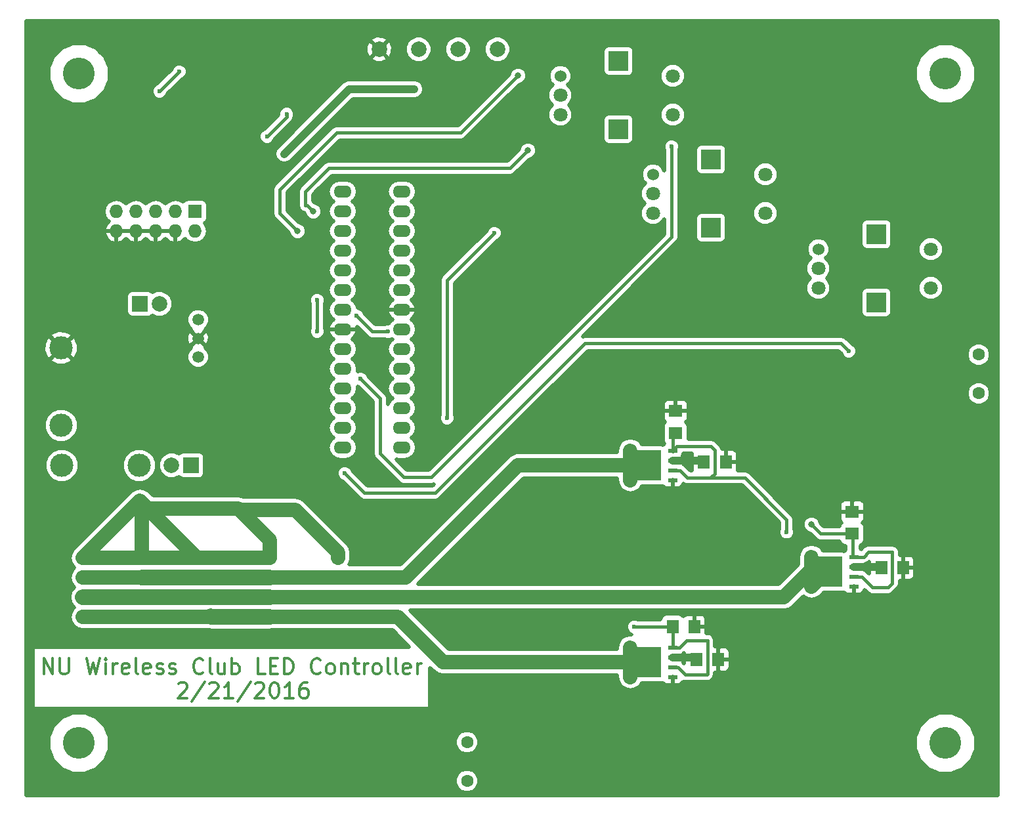
<source format=gtl>
G04 #@! TF.FileFunction,Copper,L1,Top,Signal*
%FSLAX46Y46*%
G04 Gerber Fmt 4.6, Leading zero omitted, Abs format (unit mm)*
G04 Created by KiCad (PCBNEW (2015-08-13 BZR 6091)-product) date Tuesday, February 23, 2016 'PMt' 10:36:54 PM*
%MOMM*%
G01*
G04 APERTURE LIST*
%ADD10C,0.100000*%
%ADD11C,0.300000*%
%ADD12C,1.600000*%
%ADD13C,2.000000*%
%ADD14R,1.597660X1.800860*%
%ADD15R,1.800860X1.597660*%
%ADD16O,2.300000X1.600000*%
%ADD17C,3.000000*%
%ADD18R,2.000000X2.000000*%
%ADD19C,1.500000*%
%ADD20R,1.270000X0.610000*%
%ADD21R,1.020000X0.610000*%
%ADD22R,3.810000X3.910000*%
%ADD23C,1.800000*%
%ADD24C,1.524000*%
%ADD25R,2.500000X2.500000*%
%ADD26R,1.727200X1.727200*%
%ADD27O,1.727200X1.727200*%
%ADD28C,4.100000*%
%ADD29C,0.600000*%
%ADD30C,0.800000*%
%ADD31C,1.000000*%
%ADD32C,0.400000*%
%ADD33C,1.900000*%
%ADD34C,2.000000*%
%ADD35C,0.500000*%
G04 APERTURE END LIST*
D10*
D11*
X80536903Y-137149762D02*
X80536903Y-135149762D01*
X81679761Y-137149762D01*
X81679761Y-135149762D01*
X82632141Y-135149762D02*
X82632141Y-136768810D01*
X82727380Y-136959286D01*
X82822618Y-137054524D01*
X83013094Y-137149762D01*
X83394046Y-137149762D01*
X83584522Y-137054524D01*
X83679761Y-136959286D01*
X83774999Y-136768810D01*
X83774999Y-135149762D01*
X86060713Y-135149762D02*
X86536904Y-137149762D01*
X86917856Y-135721190D01*
X87298809Y-137149762D01*
X87774999Y-135149762D01*
X88536903Y-137149762D02*
X88536903Y-135816429D01*
X88536903Y-135149762D02*
X88441665Y-135245000D01*
X88536903Y-135340238D01*
X88632142Y-135245000D01*
X88536903Y-135149762D01*
X88536903Y-135340238D01*
X89489284Y-137149762D02*
X89489284Y-135816429D01*
X89489284Y-136197381D02*
X89584523Y-136006905D01*
X89679761Y-135911667D01*
X89870237Y-135816429D01*
X90060713Y-135816429D01*
X91489284Y-137054524D02*
X91298808Y-137149762D01*
X90917856Y-137149762D01*
X90727379Y-137054524D01*
X90632141Y-136864048D01*
X90632141Y-136102143D01*
X90727379Y-135911667D01*
X90917856Y-135816429D01*
X91298808Y-135816429D01*
X91489284Y-135911667D01*
X91584522Y-136102143D01*
X91584522Y-136292619D01*
X90632141Y-136483095D01*
X92727380Y-137149762D02*
X92536904Y-137054524D01*
X92441665Y-136864048D01*
X92441665Y-135149762D01*
X94251189Y-137054524D02*
X94060713Y-137149762D01*
X93679761Y-137149762D01*
X93489284Y-137054524D01*
X93394046Y-136864048D01*
X93394046Y-136102143D01*
X93489284Y-135911667D01*
X93679761Y-135816429D01*
X94060713Y-135816429D01*
X94251189Y-135911667D01*
X94346427Y-136102143D01*
X94346427Y-136292619D01*
X93394046Y-136483095D01*
X95108332Y-137054524D02*
X95298809Y-137149762D01*
X95679761Y-137149762D01*
X95870237Y-137054524D01*
X95965475Y-136864048D01*
X95965475Y-136768810D01*
X95870237Y-136578333D01*
X95679761Y-136483095D01*
X95394047Y-136483095D01*
X95203570Y-136387857D01*
X95108332Y-136197381D01*
X95108332Y-136102143D01*
X95203570Y-135911667D01*
X95394047Y-135816429D01*
X95679761Y-135816429D01*
X95870237Y-135911667D01*
X96727380Y-137054524D02*
X96917857Y-137149762D01*
X97298809Y-137149762D01*
X97489285Y-137054524D01*
X97584523Y-136864048D01*
X97584523Y-136768810D01*
X97489285Y-136578333D01*
X97298809Y-136483095D01*
X97013095Y-136483095D01*
X96822618Y-136387857D01*
X96727380Y-136197381D01*
X96727380Y-136102143D01*
X96822618Y-135911667D01*
X97013095Y-135816429D01*
X97298809Y-135816429D01*
X97489285Y-135911667D01*
X101108334Y-136959286D02*
X101013096Y-137054524D01*
X100727381Y-137149762D01*
X100536905Y-137149762D01*
X100251191Y-137054524D01*
X100060715Y-136864048D01*
X99965476Y-136673571D01*
X99870238Y-136292619D01*
X99870238Y-136006905D01*
X99965476Y-135625952D01*
X100060715Y-135435476D01*
X100251191Y-135245000D01*
X100536905Y-135149762D01*
X100727381Y-135149762D01*
X101013096Y-135245000D01*
X101108334Y-135340238D01*
X102251191Y-137149762D02*
X102060715Y-137054524D01*
X101965476Y-136864048D01*
X101965476Y-135149762D01*
X103870238Y-135816429D02*
X103870238Y-137149762D01*
X103013095Y-135816429D02*
X103013095Y-136864048D01*
X103108334Y-137054524D01*
X103298810Y-137149762D01*
X103584524Y-137149762D01*
X103775000Y-137054524D01*
X103870238Y-136959286D01*
X104822619Y-137149762D02*
X104822619Y-135149762D01*
X104822619Y-135911667D02*
X105013096Y-135816429D01*
X105394048Y-135816429D01*
X105584524Y-135911667D01*
X105679762Y-136006905D01*
X105775000Y-136197381D01*
X105775000Y-136768810D01*
X105679762Y-136959286D01*
X105584524Y-137054524D01*
X105394048Y-137149762D01*
X105013096Y-137149762D01*
X104822619Y-137054524D01*
X109108334Y-137149762D02*
X108155953Y-137149762D01*
X108155953Y-135149762D01*
X109775001Y-136102143D02*
X110441668Y-136102143D01*
X110727382Y-137149762D02*
X109775001Y-137149762D01*
X109775001Y-135149762D01*
X110727382Y-135149762D01*
X111584525Y-137149762D02*
X111584525Y-135149762D01*
X112060716Y-135149762D01*
X112346430Y-135245000D01*
X112536906Y-135435476D01*
X112632145Y-135625952D01*
X112727383Y-136006905D01*
X112727383Y-136292619D01*
X112632145Y-136673571D01*
X112536906Y-136864048D01*
X112346430Y-137054524D01*
X112060716Y-137149762D01*
X111584525Y-137149762D01*
X116251193Y-136959286D02*
X116155955Y-137054524D01*
X115870240Y-137149762D01*
X115679764Y-137149762D01*
X115394050Y-137054524D01*
X115203574Y-136864048D01*
X115108335Y-136673571D01*
X115013097Y-136292619D01*
X115013097Y-136006905D01*
X115108335Y-135625952D01*
X115203574Y-135435476D01*
X115394050Y-135245000D01*
X115679764Y-135149762D01*
X115870240Y-135149762D01*
X116155955Y-135245000D01*
X116251193Y-135340238D01*
X117394050Y-137149762D02*
X117203574Y-137054524D01*
X117108335Y-136959286D01*
X117013097Y-136768810D01*
X117013097Y-136197381D01*
X117108335Y-136006905D01*
X117203574Y-135911667D01*
X117394050Y-135816429D01*
X117679764Y-135816429D01*
X117870240Y-135911667D01*
X117965478Y-136006905D01*
X118060716Y-136197381D01*
X118060716Y-136768810D01*
X117965478Y-136959286D01*
X117870240Y-137054524D01*
X117679764Y-137149762D01*
X117394050Y-137149762D01*
X118917859Y-135816429D02*
X118917859Y-137149762D01*
X118917859Y-136006905D02*
X119013098Y-135911667D01*
X119203574Y-135816429D01*
X119489288Y-135816429D01*
X119679764Y-135911667D01*
X119775002Y-136102143D01*
X119775002Y-137149762D01*
X120441669Y-135816429D02*
X121203574Y-135816429D01*
X120727383Y-135149762D02*
X120727383Y-136864048D01*
X120822622Y-137054524D01*
X121013098Y-137149762D01*
X121203574Y-137149762D01*
X121870240Y-137149762D02*
X121870240Y-135816429D01*
X121870240Y-136197381D02*
X121965479Y-136006905D01*
X122060717Y-135911667D01*
X122251193Y-135816429D01*
X122441669Y-135816429D01*
X123394050Y-137149762D02*
X123203574Y-137054524D01*
X123108335Y-136959286D01*
X123013097Y-136768810D01*
X123013097Y-136197381D01*
X123108335Y-136006905D01*
X123203574Y-135911667D01*
X123394050Y-135816429D01*
X123679764Y-135816429D01*
X123870240Y-135911667D01*
X123965478Y-136006905D01*
X124060716Y-136197381D01*
X124060716Y-136768810D01*
X123965478Y-136959286D01*
X123870240Y-137054524D01*
X123679764Y-137149762D01*
X123394050Y-137149762D01*
X125203574Y-137149762D02*
X125013098Y-137054524D01*
X124917859Y-136864048D01*
X124917859Y-135149762D01*
X126251193Y-137149762D02*
X126060717Y-137054524D01*
X125965478Y-136864048D01*
X125965478Y-135149762D01*
X127775002Y-137054524D02*
X127584526Y-137149762D01*
X127203574Y-137149762D01*
X127013097Y-137054524D01*
X126917859Y-136864048D01*
X126917859Y-136102143D01*
X127013097Y-135911667D01*
X127203574Y-135816429D01*
X127584526Y-135816429D01*
X127775002Y-135911667D01*
X127870240Y-136102143D01*
X127870240Y-136292619D01*
X126917859Y-136483095D01*
X128727383Y-137149762D02*
X128727383Y-135816429D01*
X128727383Y-136197381D02*
X128822622Y-136006905D01*
X128917860Y-135911667D01*
X129108336Y-135816429D01*
X129298812Y-135816429D01*
X97917857Y-138440238D02*
X98013095Y-138345000D01*
X98203572Y-138249762D01*
X98679762Y-138249762D01*
X98870238Y-138345000D01*
X98965476Y-138440238D01*
X99060715Y-138630714D01*
X99060715Y-138821190D01*
X98965476Y-139106905D01*
X97822619Y-140249762D01*
X99060715Y-140249762D01*
X101346429Y-138154524D02*
X99632143Y-140725952D01*
X101917857Y-138440238D02*
X102013095Y-138345000D01*
X102203572Y-138249762D01*
X102679762Y-138249762D01*
X102870238Y-138345000D01*
X102965476Y-138440238D01*
X103060715Y-138630714D01*
X103060715Y-138821190D01*
X102965476Y-139106905D01*
X101822619Y-140249762D01*
X103060715Y-140249762D01*
X104965477Y-140249762D02*
X103822619Y-140249762D01*
X104394048Y-140249762D02*
X104394048Y-138249762D01*
X104203572Y-138535476D01*
X104013096Y-138725952D01*
X103822619Y-138821190D01*
X107251191Y-138154524D02*
X105536905Y-140725952D01*
X107822619Y-138440238D02*
X107917857Y-138345000D01*
X108108334Y-138249762D01*
X108584524Y-138249762D01*
X108775000Y-138345000D01*
X108870238Y-138440238D01*
X108965477Y-138630714D01*
X108965477Y-138821190D01*
X108870238Y-139106905D01*
X107727381Y-140249762D01*
X108965477Y-140249762D01*
X110203572Y-138249762D02*
X110394048Y-138249762D01*
X110584524Y-138345000D01*
X110679762Y-138440238D01*
X110775000Y-138630714D01*
X110870239Y-139011667D01*
X110870239Y-139487857D01*
X110775000Y-139868810D01*
X110679762Y-140059286D01*
X110584524Y-140154524D01*
X110394048Y-140249762D01*
X110203572Y-140249762D01*
X110013096Y-140154524D01*
X109917858Y-140059286D01*
X109822619Y-139868810D01*
X109727381Y-139487857D01*
X109727381Y-139011667D01*
X109822619Y-138630714D01*
X109917858Y-138440238D01*
X110013096Y-138345000D01*
X110203572Y-138249762D01*
X112775001Y-140249762D02*
X111632143Y-140249762D01*
X112203572Y-140249762D02*
X112203572Y-138249762D01*
X112013096Y-138535476D01*
X111822620Y-138725952D01*
X111632143Y-138821190D01*
X114489286Y-138249762D02*
X114108334Y-138249762D01*
X113917858Y-138345000D01*
X113822620Y-138440238D01*
X113632143Y-138725952D01*
X113536905Y-139106905D01*
X113536905Y-139868810D01*
X113632143Y-140059286D01*
X113727382Y-140154524D01*
X113917858Y-140249762D01*
X114298810Y-140249762D01*
X114489286Y-140154524D01*
X114584524Y-140059286D01*
X114679763Y-139868810D01*
X114679763Y-139392619D01*
X114584524Y-139202143D01*
X114489286Y-139106905D01*
X114298810Y-139011667D01*
X113917858Y-139011667D01*
X113727382Y-139106905D01*
X113632143Y-139202143D01*
X113536905Y-139392619D01*
D12*
X118500000Y-129810000D03*
X118500000Y-127300000D03*
X118500000Y-124730000D03*
X118500000Y-122190000D03*
D13*
X139065000Y-56555000D03*
X133985000Y-56555000D03*
X128905000Y-56555000D03*
X123825000Y-56555000D03*
D14*
X168526460Y-109778800D03*
X165686740Y-109778800D03*
X191411860Y-123444000D03*
X188572140Y-123444000D03*
X167561260Y-135280400D03*
X164721540Y-135280400D03*
D15*
X162052000Y-103228140D03*
X162052000Y-106067860D03*
D14*
X164487860Y-131064000D03*
X161648140Y-131064000D03*
D15*
X184835800Y-116207540D03*
X184835800Y-119047260D03*
D12*
X201148000Y-95944000D03*
X201148000Y-100944000D03*
X135148000Y-150944000D03*
X135148000Y-145944000D03*
D16*
X119126000Y-74930000D03*
X119126000Y-77470000D03*
X119126000Y-80010000D03*
X119126000Y-82550000D03*
X119126000Y-85090000D03*
X119126000Y-87630000D03*
X119126000Y-90170000D03*
X119126000Y-92710000D03*
X119126000Y-95250000D03*
X119126000Y-97790000D03*
X119126000Y-100330000D03*
X119126000Y-102870000D03*
X119126000Y-105410000D03*
X119126000Y-107950000D03*
X126746000Y-107950000D03*
X126746000Y-105410000D03*
X126746000Y-102870000D03*
X126746000Y-100330000D03*
X126746000Y-97790000D03*
X126746000Y-95250000D03*
X126746000Y-92710000D03*
X126746000Y-90170000D03*
X126746000Y-87630000D03*
X126746000Y-85090000D03*
X126746000Y-82550000D03*
X126746000Y-80010000D03*
X126746000Y-77470000D03*
X126746000Y-74930000D03*
D17*
X92884000Y-110236000D03*
X82884000Y-110236000D03*
D18*
X92964000Y-89408000D03*
D13*
X95504000Y-89408000D03*
D18*
X99568000Y-110236000D03*
D13*
X97028000Y-110236000D03*
D19*
X100457000Y-93853000D03*
X100457000Y-96253000D03*
X100457000Y-91453000D03*
D20*
X161674000Y-137541000D03*
X161674000Y-136271000D03*
X161674000Y-135001000D03*
X161674000Y-133731000D03*
D21*
X156209000Y-133731000D03*
X156209000Y-135001000D03*
X156209000Y-136271000D03*
X156209000Y-137541000D03*
D22*
X158314000Y-135636000D03*
D20*
X185042000Y-125857000D03*
X185042000Y-124587000D03*
X185042000Y-123317000D03*
X185042000Y-122047000D03*
D21*
X179577000Y-122047000D03*
X179577000Y-123317000D03*
X179577000Y-124587000D03*
X179577000Y-125857000D03*
D22*
X181682000Y-123952000D03*
D20*
X161674000Y-112141000D03*
X161674000Y-110871000D03*
X161674000Y-109601000D03*
X161674000Y-108331000D03*
D21*
X156209000Y-108331000D03*
X156209000Y-109601000D03*
X156209000Y-110871000D03*
X156209000Y-112141000D03*
D22*
X158314000Y-110236000D03*
D23*
X161686000Y-64984000D03*
X161686000Y-59984000D03*
X147186000Y-62484000D03*
X147186000Y-64984000D03*
D24*
X147186000Y-59984000D03*
D25*
X154686000Y-66884000D03*
X154686000Y-58084000D03*
D23*
X173624000Y-77684000D03*
X173624000Y-72684000D03*
X159124000Y-75184000D03*
X159124000Y-77684000D03*
D24*
X159124000Y-72684000D03*
D25*
X166624000Y-79584000D03*
X166624000Y-70784000D03*
D23*
X194960000Y-87336000D03*
X194960000Y-82336000D03*
X180460000Y-84836000D03*
X180460000Y-87336000D03*
D24*
X180460000Y-82336000D03*
D25*
X187960000Y-89236000D03*
X187960000Y-80436000D03*
D26*
X100076000Y-77470000D03*
D27*
X100076000Y-80010000D03*
X97536000Y-77470000D03*
X97536000Y-80010000D03*
X94996000Y-77470000D03*
X94996000Y-80010000D03*
X92456000Y-77470000D03*
X92456000Y-80010000D03*
X89916000Y-77470000D03*
X89916000Y-80010000D03*
D17*
X82804000Y-105076000D03*
X82804000Y-95076000D03*
D12*
X109728000Y-129794000D03*
X109728000Y-127284000D03*
X109728000Y-124714000D03*
X109728000Y-122174000D03*
X102108000Y-129794000D03*
X102108000Y-127284000D03*
X102108000Y-124714000D03*
X102108000Y-122174000D03*
X93218000Y-129794000D03*
X93218000Y-127284000D03*
X93218000Y-124714000D03*
X93218000Y-122174000D03*
X85598000Y-129794000D03*
X85598000Y-127284000D03*
X85598000Y-124714000D03*
X85598000Y-122174000D03*
D28*
X85090000Y-59690000D03*
X196850000Y-59690000D03*
X196850000Y-146050000D03*
X85090000Y-146050000D03*
D29*
X111582200Y-70053200D03*
X128371600Y-61696600D03*
X124968000Y-92964000D03*
X120904000Y-90932000D03*
X125984000Y-94996000D03*
X92964000Y-114808000D03*
X111887000Y-64897000D03*
X109347000Y-67818000D03*
X95504000Y-61976000D03*
X98044000Y-59436000D03*
X119380000Y-111252000D03*
X184404000Y-95504000D03*
X132588000Y-104140000D03*
X138684000Y-80264000D03*
X161544000Y-69088000D03*
X121412000Y-99060000D03*
D30*
X115316000Y-77470000D03*
X143002000Y-69596000D03*
X141732000Y-59944000D03*
X113284000Y-80010000D03*
D29*
X156718000Y-131064000D03*
X115824000Y-92964000D03*
X115824000Y-88900000D03*
D30*
X179578000Y-117856000D03*
D29*
X176377600Y-118846600D03*
D31*
X111582200Y-70053200D02*
X119938800Y-61696600D01*
X119938800Y-61696600D02*
X128371600Y-61696600D01*
D32*
X122936000Y-92964000D02*
X124968000Y-92964000D01*
X120904000Y-90932000D02*
X122936000Y-92964000D01*
D31*
X161674000Y-109601000D02*
X165508940Y-109601000D01*
X165508940Y-109601000D02*
X165686740Y-109778800D01*
X161674000Y-135001000D02*
X164442140Y-135001000D01*
X164442140Y-135001000D02*
X164721540Y-135280400D01*
X185042000Y-123317000D02*
X188445140Y-123317000D01*
X188445140Y-123317000D02*
X188572140Y-123444000D01*
D32*
X164442140Y-135001000D02*
X164721540Y-135280400D01*
X188445140Y-123317000D02*
X188572140Y-123444000D01*
X165508940Y-109601000D02*
X165686740Y-109778800D01*
X165508940Y-109601000D02*
X165686740Y-109778800D01*
X164467540Y-135001000D02*
X164772340Y-135305800D01*
X185169000Y-123444000D02*
X185042000Y-123317000D01*
D33*
X118500000Y-122190000D02*
X118500000Y-121500000D01*
X118500000Y-121500000D02*
X113000000Y-116000000D01*
X113000000Y-116000000D02*
X105840000Y-116000000D01*
X85598000Y-122174000D02*
X92964000Y-114808000D01*
X93218000Y-115062000D02*
X93218000Y-122174000D01*
X92964000Y-114808000D02*
X93218000Y-115062000D01*
X102108000Y-122174000D02*
X100330000Y-122174000D01*
X100330000Y-122174000D02*
X93980000Y-115824000D01*
X109728000Y-122174000D02*
X109728000Y-119888000D01*
X93980000Y-115824000D02*
X92964000Y-114808000D01*
X109728000Y-119888000D02*
X105840000Y-116000000D01*
X105840000Y-116000000D02*
X105664000Y-115824000D01*
X105664000Y-115824000D02*
X93980000Y-115824000D01*
X85598000Y-122174000D02*
X109728000Y-122174000D01*
D32*
X111887000Y-65278000D02*
X111887000Y-64897000D01*
X109347000Y-67818000D02*
X111887000Y-65278000D01*
X95504000Y-61976000D02*
X98044000Y-59436000D01*
X121920000Y-113792000D02*
X119380000Y-111252000D01*
X131064000Y-113792000D02*
X121920000Y-113792000D01*
X150368000Y-94488000D02*
X131064000Y-113792000D01*
X183388000Y-94488000D02*
X150368000Y-94488000D01*
X184404000Y-95504000D02*
X183388000Y-94488000D01*
X138684000Y-80264000D02*
X132588000Y-86360000D01*
X132588000Y-86360000D02*
X132588000Y-104140000D01*
X123952000Y-108712000D02*
X123952000Y-101600000D01*
X127000000Y-111760000D02*
X123952000Y-108712000D01*
X161544000Y-80772000D02*
X130556000Y-111760000D01*
X161544000Y-69596000D02*
X161544000Y-80772000D01*
X161544000Y-69088000D02*
X161544000Y-69596000D01*
X130556000Y-111760000D02*
X127000000Y-111760000D01*
X123952000Y-101600000D02*
X121412000Y-99060000D01*
X114554000Y-76708000D02*
X115316000Y-77470000D01*
X114300000Y-76708000D02*
X114554000Y-76708000D01*
X114300000Y-74930000D02*
X114300000Y-76708000D01*
X117348000Y-71882000D02*
X114300000Y-74930000D01*
X140716000Y-71882000D02*
X117348000Y-71882000D01*
X143002000Y-69596000D02*
X140716000Y-71882000D01*
X110998000Y-77724000D02*
X113284000Y-80010000D01*
X110998000Y-74676000D02*
X110998000Y-77724000D01*
X118364000Y-67310000D02*
X110998000Y-74676000D01*
X134366000Y-67310000D02*
X118364000Y-67310000D01*
X141732000Y-59944000D02*
X134366000Y-67310000D01*
X161648140Y-131064000D02*
X156718000Y-131064000D01*
X115824000Y-88900000D02*
X115824000Y-92964000D01*
X163296600Y-137236200D02*
X166065200Y-137236200D01*
X161674000Y-136271000D02*
X162331400Y-136271000D01*
X162331400Y-136271000D02*
X163296600Y-137236200D01*
X166141400Y-137160000D02*
X166141400Y-132810250D01*
X166065200Y-137236200D02*
X166141400Y-137160000D01*
X161674000Y-133731000D02*
X162534600Y-133731000D01*
X163455350Y-132810250D02*
X166141400Y-132810250D01*
X162534600Y-133731000D02*
X163455350Y-132810250D01*
X161648140Y-131064000D02*
X161648140Y-133705140D01*
X161648140Y-133705140D02*
X161674000Y-133731000D01*
X180769260Y-119047260D02*
X184835800Y-119047260D01*
X179578000Y-117856000D02*
X180769260Y-119047260D01*
X189992000Y-121412000D02*
X189992000Y-125476000D01*
X186309000Y-122047000D02*
X186944000Y-121412000D01*
X186944000Y-121412000D02*
X189992000Y-121412000D01*
X185042000Y-122047000D02*
X186309000Y-122047000D01*
X186055000Y-124587000D02*
X187452000Y-125984000D01*
X187452000Y-125984000D02*
X189484000Y-125984000D01*
X189484000Y-125984000D02*
X189992000Y-125476000D01*
X186055000Y-124587000D02*
X185042000Y-124587000D01*
X184912000Y-119275860D02*
X184912000Y-121917000D01*
X184912000Y-121917000D02*
X185042000Y-122047000D01*
D33*
X158314000Y-135636000D02*
X132080000Y-135636000D01*
X126238000Y-129794000D02*
X109728000Y-129794000D01*
X132080000Y-135636000D02*
X126238000Y-129794000D01*
X156209000Y-137541000D02*
X156209000Y-136271000D01*
X156209000Y-136271000D02*
X156209000Y-135001000D01*
X156209000Y-135001000D02*
X156844000Y-135636000D01*
X156844000Y-135636000D02*
X158314000Y-135636000D01*
X156209000Y-133731000D02*
X156209000Y-137541000D01*
X102108000Y-129794000D02*
X93218000Y-129794000D01*
X93218000Y-129794000D02*
X85598000Y-129794000D01*
D34*
X109728000Y-129794000D02*
X102197998Y-129794000D01*
X102197998Y-129794000D02*
X102108000Y-129704002D01*
D33*
X179577000Y-122047000D02*
X179577000Y-123317000D01*
X179577000Y-123317000D02*
X179577000Y-124587000D01*
X179577000Y-124587000D02*
X179577000Y-125857000D01*
X179577000Y-125857000D02*
X181482000Y-123952000D01*
X181482000Y-123952000D02*
X181682000Y-123952000D01*
X179577000Y-122047000D02*
X179577000Y-125857000D01*
X109728000Y-127254000D02*
X176022000Y-127254000D01*
X176022000Y-127254000D02*
X179832000Y-123444000D01*
X179832000Y-123444000D02*
X179577000Y-123317000D01*
D34*
X109728000Y-127254000D02*
X102108000Y-127254000D01*
X102108000Y-127254000D02*
X93218000Y-127254000D01*
X93218000Y-127254000D02*
X85598000Y-127254000D01*
D33*
X156209000Y-109601000D02*
X156209000Y-110871000D01*
X156209000Y-110871000D02*
X156209000Y-108331000D01*
X156209000Y-108331000D02*
X156209000Y-110236000D01*
X158314000Y-110236000D02*
X156209000Y-110236000D01*
X127254000Y-124714000D02*
X141732000Y-110236000D01*
X156209000Y-110236000D02*
X141732000Y-110236000D01*
X127254000Y-124714000D02*
X109728000Y-124714000D01*
X156209000Y-108331000D02*
X156209000Y-112141000D01*
X93218000Y-124714000D02*
X85598000Y-124714000D01*
D34*
X109728000Y-124714000D02*
X102108000Y-124714000D01*
X102108000Y-124714000D02*
X93218000Y-124714000D01*
D33*
X82804000Y-110156000D02*
X82884000Y-110236000D01*
D32*
X176377600Y-118846600D02*
X176377600Y-117221000D01*
X170992800Y-111836200D02*
X166547800Y-111836200D01*
X176377600Y-117221000D02*
X170992800Y-111836200D01*
X161674000Y-110871000D02*
X162610800Y-110871000D01*
X162610800Y-110871000D02*
X163576000Y-111836200D01*
X163576000Y-111836200D02*
X166547800Y-111836200D01*
X162232800Y-107772200D02*
X161674000Y-108331000D01*
X166547800Y-111836200D02*
X167106600Y-111277400D01*
X167106600Y-111277400D02*
X167106600Y-108254800D01*
X167106600Y-108254800D02*
X166624000Y-107772200D01*
X166624000Y-107772200D02*
X162232800Y-107772200D01*
X161750200Y-108280200D02*
X161674000Y-108331000D01*
X161674000Y-106575860D02*
X161674000Y-108461000D01*
D35*
G36*
X203637000Y-152837000D02*
X78303000Y-152837000D01*
X78303000Y-151252546D01*
X133589730Y-151252546D01*
X133826422Y-151825383D01*
X134264312Y-152264038D01*
X134836735Y-152501729D01*
X135456546Y-152502270D01*
X136029383Y-152265578D01*
X136468038Y-151827688D01*
X136705729Y-151255265D01*
X136706270Y-150635454D01*
X136469578Y-150062617D01*
X136031688Y-149623962D01*
X135459265Y-149386271D01*
X134839454Y-149385730D01*
X134266617Y-149622422D01*
X133827962Y-150060312D01*
X133590271Y-150632735D01*
X133589730Y-151252546D01*
X78303000Y-151252546D01*
X78303000Y-146828890D01*
X81156319Y-146828890D01*
X81753821Y-148274955D01*
X82859226Y-149382291D01*
X84304246Y-149982316D01*
X85868890Y-149983681D01*
X87314955Y-149386179D01*
X88422291Y-148280774D01*
X89022316Y-146835754D01*
X89022824Y-146252546D01*
X133589730Y-146252546D01*
X133826422Y-146825383D01*
X134264312Y-147264038D01*
X134836735Y-147501729D01*
X135456546Y-147502270D01*
X136029383Y-147265578D01*
X136466833Y-146828890D01*
X192916319Y-146828890D01*
X193513821Y-148274955D01*
X194619226Y-149382291D01*
X196064246Y-149982316D01*
X197628890Y-149983681D01*
X199074955Y-149386179D01*
X200182291Y-148280774D01*
X200782316Y-146835754D01*
X200783681Y-145271110D01*
X200186179Y-143825045D01*
X199080774Y-142717709D01*
X197635754Y-142117684D01*
X196071110Y-142116319D01*
X194625045Y-142713821D01*
X193517709Y-143819226D01*
X192917684Y-145264246D01*
X192916319Y-146828890D01*
X136466833Y-146828890D01*
X136468038Y-146827688D01*
X136705729Y-146255265D01*
X136706270Y-145635454D01*
X136469578Y-145062617D01*
X136031688Y-144623962D01*
X135459265Y-144386271D01*
X134839454Y-144385730D01*
X134266617Y-144622422D01*
X133827962Y-145060312D01*
X133590271Y-145632735D01*
X133589730Y-146252546D01*
X89022824Y-146252546D01*
X89023681Y-145271110D01*
X88426179Y-143825045D01*
X87320774Y-142717709D01*
X85875754Y-142117684D01*
X84311110Y-142116319D01*
X82865045Y-142713821D01*
X81757709Y-143819226D01*
X81157684Y-145264246D01*
X81156319Y-146828890D01*
X78303000Y-146828890D01*
X78303000Y-133637000D01*
X79152713Y-133637000D01*
X79152713Y-141653000D01*
X130397288Y-141653000D01*
X130397288Y-136368765D01*
X130872262Y-136843739D01*
X131426377Y-137213986D01*
X132080000Y-137344000D01*
X154501000Y-137344000D01*
X154501000Y-137541000D01*
X154631014Y-138194623D01*
X155001262Y-138748738D01*
X155555377Y-139118986D01*
X156209000Y-139249000D01*
X156862623Y-139118986D01*
X157416738Y-138748738D01*
X157673912Y-138363850D01*
X160219000Y-138363850D01*
X160442770Y-138321744D01*
X160609627Y-138488601D01*
X160888224Y-138604000D01*
X161480500Y-138604000D01*
X161670000Y-138414500D01*
X161670000Y-137545000D01*
X161650000Y-137545000D01*
X161650000Y-137537000D01*
X161670000Y-137537000D01*
X161670000Y-137517000D01*
X161678000Y-137517000D01*
X161678000Y-137537000D01*
X161698000Y-137537000D01*
X161698000Y-137545000D01*
X161678000Y-137545000D01*
X161678000Y-138414500D01*
X161867500Y-138604000D01*
X162459776Y-138604000D01*
X162738373Y-138488601D01*
X162951602Y-138275372D01*
X163008926Y-138136978D01*
X163296600Y-138194200D01*
X166065200Y-138194200D01*
X166431811Y-138121277D01*
X166742608Y-137913608D01*
X166818808Y-137837408D01*
X167026477Y-137526611D01*
X167099400Y-137160000D01*
X167099400Y-136938830D01*
X167367760Y-136938830D01*
X167557260Y-136749330D01*
X167557260Y-135284400D01*
X167565260Y-135284400D01*
X167565260Y-136749330D01*
X167754760Y-136938830D01*
X168510866Y-136938830D01*
X168789463Y-136823431D01*
X169002692Y-136610202D01*
X169118090Y-136331605D01*
X169118090Y-135473900D01*
X168928590Y-135284400D01*
X167565260Y-135284400D01*
X167557260Y-135284400D01*
X167537260Y-135284400D01*
X167537260Y-135276400D01*
X167557260Y-135276400D01*
X167557260Y-133811470D01*
X167565260Y-133811470D01*
X167565260Y-135276400D01*
X168928590Y-135276400D01*
X169118090Y-135086900D01*
X169118090Y-134229195D01*
X169002692Y-133950598D01*
X168789463Y-133737369D01*
X168510866Y-133621970D01*
X167754760Y-133621970D01*
X167565260Y-133811470D01*
X167557260Y-133811470D01*
X167367760Y-133621970D01*
X167099400Y-133621970D01*
X167099400Y-132810250D01*
X167026477Y-132443639D01*
X166818808Y-132132842D01*
X166508011Y-131925173D01*
X166141400Y-131852250D01*
X166044690Y-131852250D01*
X166044690Y-131257500D01*
X165855190Y-131068000D01*
X164491860Y-131068000D01*
X164491860Y-131088000D01*
X164483860Y-131088000D01*
X164483860Y-131068000D01*
X164463860Y-131068000D01*
X164463860Y-131060000D01*
X164483860Y-131060000D01*
X164483860Y-129595070D01*
X164491860Y-129595070D01*
X164491860Y-131060000D01*
X165855190Y-131060000D01*
X166044690Y-130870500D01*
X166044690Y-130012795D01*
X165929292Y-129734198D01*
X165716063Y-129520969D01*
X165437466Y-129405570D01*
X164681360Y-129405570D01*
X164491860Y-129595070D01*
X164483860Y-129595070D01*
X164294360Y-129405570D01*
X163538254Y-129405570D01*
X163259657Y-129520969D01*
X163061638Y-129718988D01*
X163000955Y-129624684D01*
X162747652Y-129451610D01*
X162446970Y-129390720D01*
X160849310Y-129390720D01*
X160568412Y-129443575D01*
X160310424Y-129609585D01*
X160137350Y-129862888D01*
X160088118Y-130106000D01*
X157169754Y-130106000D01*
X156929372Y-130006184D01*
X156508474Y-130005817D01*
X156119474Y-130166549D01*
X155821595Y-130463909D01*
X155660184Y-130852628D01*
X155659817Y-131273526D01*
X155820549Y-131662526D01*
X156117909Y-131960405D01*
X156323506Y-132045777D01*
X156209000Y-132023000D01*
X155555377Y-132153014D01*
X155001262Y-132523262D01*
X154631014Y-133077377D01*
X154501000Y-133731000D01*
X154501000Y-133928000D01*
X132787477Y-133928000D01*
X127821476Y-128962000D01*
X176022000Y-128962000D01*
X176675623Y-128831986D01*
X177229738Y-128461738D01*
X178523608Y-127167869D01*
X178923377Y-127434986D01*
X179577000Y-127565000D01*
X180230623Y-127434986D01*
X180784738Y-127064738D01*
X181169626Y-126679850D01*
X183587000Y-126679850D01*
X183810770Y-126637744D01*
X183977627Y-126804601D01*
X184256224Y-126920000D01*
X184848500Y-126920000D01*
X185038000Y-126730500D01*
X185038000Y-125861000D01*
X185018000Y-125861000D01*
X185018000Y-125853000D01*
X185038000Y-125853000D01*
X185038000Y-125833000D01*
X185046000Y-125833000D01*
X185046000Y-125853000D01*
X185066000Y-125853000D01*
X185066000Y-125861000D01*
X185046000Y-125861000D01*
X185046000Y-126730500D01*
X185235500Y-126920000D01*
X185827776Y-126920000D01*
X186106373Y-126804601D01*
X186319602Y-126591372D01*
X186432352Y-126319168D01*
X186774591Y-126661408D01*
X186988894Y-126804601D01*
X187085389Y-126869077D01*
X187452000Y-126942000D01*
X189484000Y-126942000D01*
X189850611Y-126869077D01*
X190161408Y-126661408D01*
X190669408Y-126153409D01*
X190877077Y-125842611D01*
X190886599Y-125794738D01*
X190950000Y-125476000D01*
X190950000Y-125102430D01*
X191218360Y-125102430D01*
X191407860Y-124912930D01*
X191407860Y-123448000D01*
X191415860Y-123448000D01*
X191415860Y-124912930D01*
X191605360Y-125102430D01*
X192361466Y-125102430D01*
X192640063Y-124987031D01*
X192853292Y-124773802D01*
X192968690Y-124495205D01*
X192968690Y-123637500D01*
X192779190Y-123448000D01*
X191415860Y-123448000D01*
X191407860Y-123448000D01*
X191387860Y-123448000D01*
X191387860Y-123440000D01*
X191407860Y-123440000D01*
X191407860Y-121975070D01*
X191415860Y-121975070D01*
X191415860Y-123440000D01*
X192779190Y-123440000D01*
X192968690Y-123250500D01*
X192968690Y-122392795D01*
X192853292Y-122114198D01*
X192640063Y-121900969D01*
X192361466Y-121785570D01*
X191605360Y-121785570D01*
X191415860Y-121975070D01*
X191407860Y-121975070D01*
X191218360Y-121785570D01*
X190950000Y-121785570D01*
X190950000Y-121412000D01*
X190877077Y-121045389D01*
X190669408Y-120734592D01*
X190358611Y-120526923D01*
X189992000Y-120454000D01*
X186944000Y-120454000D01*
X186577389Y-120526923D01*
X186266592Y-120734591D01*
X185972245Y-121028939D01*
X185870000Y-121008234D01*
X185870000Y-120593769D01*
X186017128Y-120566085D01*
X186275116Y-120400075D01*
X186448190Y-120146772D01*
X186509080Y-119846090D01*
X186509080Y-118248430D01*
X186456225Y-117967532D01*
X186290215Y-117709544D01*
X186180200Y-117634374D01*
X186378831Y-117435743D01*
X186494230Y-117157146D01*
X186494230Y-116401040D01*
X186304730Y-116211540D01*
X184839800Y-116211540D01*
X184839800Y-116231540D01*
X184831800Y-116231540D01*
X184831800Y-116211540D01*
X183366870Y-116211540D01*
X183177370Y-116401040D01*
X183177370Y-117157146D01*
X183292769Y-117435743D01*
X183490788Y-117633762D01*
X183396484Y-117694445D01*
X183223410Y-117947748D01*
X183194753Y-118089260D01*
X181166076Y-118089260D01*
X180736172Y-117659356D01*
X180736201Y-117626670D01*
X180560277Y-117200902D01*
X180234811Y-116874867D01*
X179809351Y-116698201D01*
X179348670Y-116697799D01*
X178922902Y-116873723D01*
X178596867Y-117199189D01*
X178420201Y-117624649D01*
X178419799Y-118085330D01*
X178595723Y-118511098D01*
X178921189Y-118837133D01*
X179346649Y-119013799D01*
X179381013Y-119013829D01*
X180091852Y-119724668D01*
X180402649Y-119932337D01*
X180769260Y-120005260D01*
X183192470Y-120005260D01*
X183215375Y-120126988D01*
X183381385Y-120384976D01*
X183634688Y-120558050D01*
X183935370Y-120618940D01*
X183954000Y-120618940D01*
X183954000Y-121132749D01*
X183868114Y-121188015D01*
X183812256Y-121269766D01*
X183587000Y-121224150D01*
X181041912Y-121224150D01*
X180784738Y-120839262D01*
X180230623Y-120469014D01*
X179577000Y-120339000D01*
X178923377Y-120469014D01*
X178369262Y-120839262D01*
X177999014Y-121393377D01*
X177869000Y-122047000D01*
X177869000Y-122991523D01*
X175314524Y-125546000D01*
X128837476Y-125546000D01*
X142439476Y-111944000D01*
X154501000Y-111944000D01*
X154501000Y-112141000D01*
X154631014Y-112794623D01*
X155001262Y-113348738D01*
X155555377Y-113718986D01*
X156209000Y-113849000D01*
X156862623Y-113718986D01*
X157416738Y-113348738D01*
X157673912Y-112963850D01*
X160219000Y-112963850D01*
X160442770Y-112921744D01*
X160609627Y-113088601D01*
X160888224Y-113204000D01*
X161480500Y-113204000D01*
X161670000Y-113014500D01*
X161670000Y-112145000D01*
X161650000Y-112145000D01*
X161650000Y-112137000D01*
X161670000Y-112137000D01*
X161670000Y-112117000D01*
X161678000Y-112117000D01*
X161678000Y-112137000D01*
X161698000Y-112137000D01*
X161698000Y-112145000D01*
X161678000Y-112145000D01*
X161678000Y-113014500D01*
X161867500Y-113204000D01*
X162459776Y-113204000D01*
X162738373Y-113088601D01*
X162951602Y-112875372D01*
X163057475Y-112619771D01*
X163209389Y-112721277D01*
X163576000Y-112794200D01*
X170595984Y-112794200D01*
X175419600Y-117617816D01*
X175419600Y-118394846D01*
X175319784Y-118635228D01*
X175319417Y-119056126D01*
X175480149Y-119445126D01*
X175777509Y-119743005D01*
X176166228Y-119904416D01*
X176587126Y-119904783D01*
X176976126Y-119744051D01*
X177274005Y-119446691D01*
X177435416Y-119057972D01*
X177435783Y-118637074D01*
X177335600Y-118394613D01*
X177335600Y-117221000D01*
X177262677Y-116854389D01*
X177055008Y-116543592D01*
X175769350Y-115257934D01*
X183177370Y-115257934D01*
X183177370Y-116014040D01*
X183366870Y-116203540D01*
X184831800Y-116203540D01*
X184831800Y-114840210D01*
X184839800Y-114840210D01*
X184839800Y-116203540D01*
X186304730Y-116203540D01*
X186494230Y-116014040D01*
X186494230Y-115257934D01*
X186378831Y-114979337D01*
X186165602Y-114766108D01*
X185887005Y-114650710D01*
X185029300Y-114650710D01*
X184839800Y-114840210D01*
X184831800Y-114840210D01*
X184642300Y-114650710D01*
X183784595Y-114650710D01*
X183505998Y-114766108D01*
X183292769Y-114979337D01*
X183177370Y-115257934D01*
X175769350Y-115257934D01*
X171670208Y-111158792D01*
X171359411Y-110951123D01*
X170992800Y-110878200D01*
X170063327Y-110878200D01*
X170083290Y-110830005D01*
X170083290Y-109972300D01*
X169893790Y-109782800D01*
X168530460Y-109782800D01*
X168530460Y-109802800D01*
X168522460Y-109802800D01*
X168522460Y-109782800D01*
X168502460Y-109782800D01*
X168502460Y-109774800D01*
X168522460Y-109774800D01*
X168522460Y-108309870D01*
X168530460Y-108309870D01*
X168530460Y-109774800D01*
X169893790Y-109774800D01*
X170083290Y-109585300D01*
X170083290Y-108727595D01*
X169967892Y-108448998D01*
X169754663Y-108235769D01*
X169476066Y-108120370D01*
X168719960Y-108120370D01*
X168530460Y-108309870D01*
X168522460Y-108309870D01*
X168332960Y-108120370D01*
X168037860Y-108120370D01*
X167991677Y-107888189D01*
X167914175Y-107772200D01*
X167784008Y-107577391D01*
X167301408Y-107094792D01*
X166990611Y-106887123D01*
X166624000Y-106814200D01*
X163725280Y-106814200D01*
X163725280Y-105269030D01*
X163672425Y-104988132D01*
X163506415Y-104730144D01*
X163396400Y-104654974D01*
X163595031Y-104456343D01*
X163710430Y-104177746D01*
X163710430Y-103421640D01*
X163520930Y-103232140D01*
X162056000Y-103232140D01*
X162056000Y-103252140D01*
X162048000Y-103252140D01*
X162048000Y-103232140D01*
X160583070Y-103232140D01*
X160393570Y-103421640D01*
X160393570Y-104177746D01*
X160508969Y-104456343D01*
X160706988Y-104654362D01*
X160612684Y-104715045D01*
X160439610Y-104968348D01*
X160378720Y-105269030D01*
X160378720Y-106866690D01*
X160431575Y-107147588D01*
X160597585Y-107405576D01*
X160600388Y-107407491D01*
X160500114Y-107472015D01*
X160444256Y-107553766D01*
X160219000Y-107508150D01*
X157673912Y-107508150D01*
X157416738Y-107123262D01*
X156862623Y-106753014D01*
X156209000Y-106623000D01*
X155555377Y-106753014D01*
X155001262Y-107123262D01*
X154631014Y-107677377D01*
X154501000Y-108331000D01*
X154501000Y-108528000D01*
X141732000Y-108528000D01*
X141189049Y-108636000D01*
X141078377Y-108658014D01*
X140524262Y-109028262D01*
X126546524Y-123006000D01*
X119969489Y-123006000D01*
X120077986Y-122843623D01*
X120208000Y-122190000D01*
X120208000Y-121500000D01*
X120077986Y-120846377D01*
X119934925Y-120632271D01*
X119707739Y-120292262D01*
X114207738Y-114792262D01*
X113653623Y-114422014D01*
X113585060Y-114408376D01*
X113000000Y-114292000D01*
X106386446Y-114292000D01*
X106317623Y-114246014D01*
X105664000Y-114116000D01*
X94687476Y-114116000D01*
X94425740Y-113854264D01*
X94425738Y-113854261D01*
X94171738Y-113600262D01*
X93617623Y-113230014D01*
X92964000Y-113100001D01*
X92310377Y-113230014D01*
X91756262Y-113600262D01*
X84390262Y-120966262D01*
X84020014Y-121520377D01*
X83890000Y-122174000D01*
X84020014Y-122827623D01*
X84390262Y-123381738D01*
X84483444Y-123444000D01*
X84390262Y-123506262D01*
X84020014Y-124060377D01*
X83890000Y-124714000D01*
X84020014Y-125367623D01*
X84390262Y-125921738D01*
X84439309Y-125954510D01*
X84354906Y-126010906D01*
X83973820Y-126581243D01*
X83840000Y-127254000D01*
X83973820Y-127926757D01*
X84354906Y-128497094D01*
X84439309Y-128553490D01*
X84390262Y-128586262D01*
X84020014Y-129140377D01*
X83890000Y-129794000D01*
X84020014Y-130447623D01*
X84390262Y-131001738D01*
X84944377Y-131371986D01*
X85598000Y-131502000D01*
X101946632Y-131502000D01*
X102197998Y-131552000D01*
X109728000Y-131552000D01*
X109979366Y-131502000D01*
X125530524Y-131502000D01*
X127665524Y-133637000D01*
X79152713Y-133637000D01*
X78303000Y-133637000D01*
X78303000Y-110683174D01*
X80625609Y-110683174D01*
X80968644Y-111513383D01*
X81603276Y-112149123D01*
X82432886Y-112493607D01*
X83331174Y-112494391D01*
X84161383Y-112151356D01*
X84797123Y-111516724D01*
X85141607Y-110687114D01*
X85141610Y-110683174D01*
X90625609Y-110683174D01*
X90968644Y-111513383D01*
X91603276Y-112149123D01*
X92432886Y-112493607D01*
X93331174Y-112494391D01*
X94161383Y-112151356D01*
X94797123Y-111516724D01*
X95141607Y-110687114D01*
X95141696Y-110584154D01*
X95269696Y-110584154D01*
X95536771Y-111230526D01*
X96030873Y-111725491D01*
X96676778Y-111993694D01*
X97376154Y-111994304D01*
X97991577Y-111740017D01*
X98014015Y-111774886D01*
X98267318Y-111947960D01*
X98568000Y-112008850D01*
X100568000Y-112008850D01*
X100848898Y-111955995D01*
X101106886Y-111789985D01*
X101279960Y-111536682D01*
X101340850Y-111236000D01*
X101340850Y-109236000D01*
X101287995Y-108955102D01*
X101121985Y-108697114D01*
X100868682Y-108524040D01*
X100568000Y-108463150D01*
X98568000Y-108463150D01*
X98287102Y-108516005D01*
X98029114Y-108682015D01*
X97993905Y-108733545D01*
X97379222Y-108478306D01*
X96679846Y-108477696D01*
X96033474Y-108744771D01*
X95538509Y-109238873D01*
X95270306Y-109884778D01*
X95269696Y-110584154D01*
X95141696Y-110584154D01*
X95142391Y-109788826D01*
X94799356Y-108958617D01*
X94164724Y-108322877D01*
X93335114Y-107978393D01*
X92436826Y-107977609D01*
X91606617Y-108320644D01*
X90970877Y-108955276D01*
X90626393Y-109784886D01*
X90625609Y-110683174D01*
X85141610Y-110683174D01*
X85142391Y-109788826D01*
X84799356Y-108958617D01*
X84164724Y-108322877D01*
X83335114Y-107978393D01*
X82436826Y-107977609D01*
X81606617Y-108320644D01*
X80970877Y-108955276D01*
X80626393Y-109784886D01*
X80625609Y-110683174D01*
X78303000Y-110683174D01*
X78303000Y-105523174D01*
X80545609Y-105523174D01*
X80888644Y-106353383D01*
X81523276Y-106989123D01*
X82352886Y-107333607D01*
X83251174Y-107334391D01*
X84081383Y-106991356D01*
X84717123Y-106356724D01*
X85061607Y-105527114D01*
X85062391Y-104628826D01*
X84719356Y-103798617D01*
X84084724Y-103162877D01*
X83255114Y-102818393D01*
X82356826Y-102817609D01*
X81526617Y-103160644D01*
X80890877Y-103795276D01*
X80546393Y-104624886D01*
X80545609Y-105523174D01*
X78303000Y-105523174D01*
X78303000Y-96572756D01*
X81312901Y-96572756D01*
X81454016Y-96940897D01*
X82270443Y-97315556D01*
X83168099Y-97349263D01*
X84010324Y-97036886D01*
X84153984Y-96940897D01*
X84295099Y-96572756D01*
X82804000Y-95081657D01*
X81312901Y-96572756D01*
X78303000Y-96572756D01*
X78303000Y-95440099D01*
X80530737Y-95440099D01*
X80843114Y-96282324D01*
X80939103Y-96425984D01*
X81307244Y-96567099D01*
X82798343Y-95076000D01*
X82809657Y-95076000D01*
X84300756Y-96567099D01*
X84341075Y-96551644D01*
X98948739Y-96551644D01*
X99177835Y-97106097D01*
X99601672Y-97530674D01*
X100155724Y-97760737D01*
X100755644Y-97761261D01*
X101310097Y-97532165D01*
X101734674Y-97108328D01*
X101964737Y-96554276D01*
X101965261Y-95954356D01*
X101736165Y-95399903D01*
X101369039Y-95032136D01*
X101407378Y-94809035D01*
X100457000Y-93858657D01*
X99506622Y-94809035D01*
X99545040Y-95032595D01*
X99179326Y-95397672D01*
X98949263Y-95951724D01*
X98948739Y-96551644D01*
X84341075Y-96551644D01*
X84668897Y-96425984D01*
X85043556Y-95609557D01*
X85077263Y-94711901D01*
X84849376Y-94097475D01*
X98939017Y-94097475D01*
X99148123Y-94659773D01*
X99210754Y-94753506D01*
X99500965Y-94803378D01*
X100451343Y-93853000D01*
X100462657Y-93853000D01*
X101413035Y-94803378D01*
X101703246Y-94753506D01*
X101952990Y-94208042D01*
X101974983Y-93608525D01*
X101765877Y-93046227D01*
X101703246Y-92952494D01*
X101413035Y-92902622D01*
X100462657Y-93853000D01*
X100451343Y-93853000D01*
X99500965Y-92902622D01*
X99210754Y-92952494D01*
X98961010Y-93497958D01*
X98939017Y-94097475D01*
X84849376Y-94097475D01*
X84764886Y-93869676D01*
X84668897Y-93726016D01*
X84300756Y-93584901D01*
X82809657Y-95076000D01*
X82798343Y-95076000D01*
X81307244Y-93584901D01*
X80939103Y-93726016D01*
X80564444Y-94542443D01*
X80530737Y-95440099D01*
X78303000Y-95440099D01*
X78303000Y-93579244D01*
X81312901Y-93579244D01*
X82804000Y-95070343D01*
X84295099Y-93579244D01*
X84153984Y-93211103D01*
X83337557Y-92836444D01*
X82439901Y-92802737D01*
X81597676Y-93115114D01*
X81454016Y-93211103D01*
X81312901Y-93579244D01*
X78303000Y-93579244D01*
X78303000Y-91751644D01*
X98948739Y-91751644D01*
X99177835Y-92306097D01*
X99544961Y-92673864D01*
X99506622Y-92896965D01*
X100457000Y-93847343D01*
X101407378Y-92896965D01*
X101368960Y-92673405D01*
X101734674Y-92308328D01*
X101964737Y-91754276D01*
X101965261Y-91154356D01*
X101736165Y-90599903D01*
X101312328Y-90175326D01*
X100758276Y-89945263D01*
X100158356Y-89944739D01*
X99603903Y-90173835D01*
X99179326Y-90597672D01*
X98949263Y-91151724D01*
X98948739Y-91751644D01*
X78303000Y-91751644D01*
X78303000Y-88408000D01*
X91191150Y-88408000D01*
X91191150Y-90408000D01*
X91244005Y-90688898D01*
X91410015Y-90946886D01*
X91663318Y-91119960D01*
X91964000Y-91180850D01*
X93964000Y-91180850D01*
X94244898Y-91127995D01*
X94502886Y-90961985D01*
X94538095Y-90910455D01*
X95152778Y-91165694D01*
X95852154Y-91166304D01*
X96498526Y-90899229D01*
X96993491Y-90405127D01*
X97261694Y-89759222D01*
X97262260Y-89109526D01*
X114765817Y-89109526D01*
X114866000Y-89351987D01*
X114866000Y-92512246D01*
X114766184Y-92752628D01*
X114765817Y-93173526D01*
X114926549Y-93562526D01*
X115223909Y-93860405D01*
X115612628Y-94021816D01*
X116033526Y-94022183D01*
X116422526Y-93861451D01*
X116720405Y-93564091D01*
X116881816Y-93175372D01*
X116882183Y-92754474D01*
X116782000Y-92512013D01*
X116782000Y-89351754D01*
X116881816Y-89111372D01*
X116882183Y-88690474D01*
X116721451Y-88301474D01*
X116424091Y-88003595D01*
X116035372Y-87842184D01*
X115614474Y-87841817D01*
X115225474Y-88002549D01*
X114927595Y-88299909D01*
X114766184Y-88688628D01*
X114765817Y-89109526D01*
X97262260Y-89109526D01*
X97262304Y-89059846D01*
X96995229Y-88413474D01*
X96501127Y-87918509D01*
X95855222Y-87650306D01*
X95155846Y-87649696D01*
X94540423Y-87903983D01*
X94517985Y-87869114D01*
X94264682Y-87696040D01*
X93964000Y-87635150D01*
X91964000Y-87635150D01*
X91683102Y-87688005D01*
X91425114Y-87854015D01*
X91252040Y-88107318D01*
X91191150Y-88408000D01*
X78303000Y-88408000D01*
X78303000Y-80267624D01*
X88314995Y-80267624D01*
X88338276Y-80384664D01*
X88601751Y-80959913D01*
X89065308Y-81390547D01*
X89658376Y-81611005D01*
X89912000Y-81442095D01*
X89912000Y-80014000D01*
X89920000Y-80014000D01*
X89920000Y-81442095D01*
X90173624Y-81611005D01*
X90766692Y-81390547D01*
X91186000Y-81001019D01*
X91605308Y-81390547D01*
X92198376Y-81611005D01*
X92452000Y-81442095D01*
X92452000Y-80014000D01*
X92460000Y-80014000D01*
X92460000Y-81442095D01*
X92713624Y-81611005D01*
X93306692Y-81390547D01*
X93726000Y-81001019D01*
X94145308Y-81390547D01*
X94738376Y-81611005D01*
X94992000Y-81442095D01*
X94992000Y-80014000D01*
X95000000Y-80014000D01*
X95000000Y-81442095D01*
X95253624Y-81611005D01*
X95846692Y-81390547D01*
X96266000Y-81001019D01*
X96685308Y-81390547D01*
X97278376Y-81611005D01*
X97532000Y-81442095D01*
X97532000Y-80014000D01*
X95000000Y-80014000D01*
X94992000Y-80014000D01*
X92460000Y-80014000D01*
X92452000Y-80014000D01*
X89920000Y-80014000D01*
X89912000Y-80014000D01*
X88483906Y-80014000D01*
X88314995Y-80267624D01*
X78303000Y-80267624D01*
X78303000Y-77470000D01*
X88262631Y-77470000D01*
X88386068Y-78090559D01*
X88737587Y-78616644D01*
X88936224Y-78749369D01*
X88601751Y-79060087D01*
X88338276Y-79635336D01*
X88314995Y-79752376D01*
X88483906Y-80006000D01*
X89912000Y-80006000D01*
X89912000Y-79986000D01*
X89920000Y-79986000D01*
X89920000Y-80006000D01*
X92452000Y-80006000D01*
X92452000Y-79986000D01*
X92460000Y-79986000D01*
X92460000Y-80006000D01*
X94992000Y-80006000D01*
X94992000Y-79986000D01*
X95000000Y-79986000D01*
X95000000Y-80006000D01*
X97532000Y-80006000D01*
X97532000Y-79986000D01*
X97540000Y-79986000D01*
X97540000Y-80006000D01*
X97560000Y-80006000D01*
X97560000Y-80014000D01*
X97540000Y-80014000D01*
X97540000Y-81442095D01*
X97793624Y-81611005D01*
X98386692Y-81390547D01*
X98798350Y-81008126D01*
X98897587Y-81156644D01*
X99423672Y-81508163D01*
X100044231Y-81631600D01*
X100107769Y-81631600D01*
X100728328Y-81508163D01*
X101254413Y-81156644D01*
X101605932Y-80630559D01*
X101729369Y-80010000D01*
X101605932Y-79389441D01*
X101333109Y-78981132D01*
X101478486Y-78887585D01*
X101651560Y-78634282D01*
X101712450Y-78333600D01*
X101712450Y-76606400D01*
X101659595Y-76325502D01*
X101493585Y-76067514D01*
X101240282Y-75894440D01*
X100939600Y-75833550D01*
X99212400Y-75833550D01*
X98931502Y-75886405D01*
X98673514Y-76052415D01*
X98559235Y-76219669D01*
X98188328Y-75971837D01*
X97567769Y-75848400D01*
X97504231Y-75848400D01*
X96883672Y-75971837D01*
X96357587Y-76323356D01*
X96266000Y-76460426D01*
X96174413Y-76323356D01*
X95648328Y-75971837D01*
X95027769Y-75848400D01*
X94964231Y-75848400D01*
X94343672Y-75971837D01*
X93817587Y-76323356D01*
X93726000Y-76460426D01*
X93634413Y-76323356D01*
X93108328Y-75971837D01*
X92487769Y-75848400D01*
X92424231Y-75848400D01*
X91803672Y-75971837D01*
X91277587Y-76323356D01*
X91186000Y-76460426D01*
X91094413Y-76323356D01*
X90568328Y-75971837D01*
X89947769Y-75848400D01*
X89884231Y-75848400D01*
X89263672Y-75971837D01*
X88737587Y-76323356D01*
X88386068Y-76849441D01*
X88262631Y-77470000D01*
X78303000Y-77470000D01*
X78303000Y-74676000D01*
X110040000Y-74676000D01*
X110040000Y-77724000D01*
X110112923Y-78090611D01*
X110320592Y-78401408D01*
X112125828Y-80206644D01*
X112125799Y-80239330D01*
X112301723Y-80665098D01*
X112627189Y-80991133D01*
X113052649Y-81167799D01*
X113513330Y-81168201D01*
X113939098Y-80992277D01*
X114265133Y-80666811D01*
X114441799Y-80241351D01*
X114442201Y-79780670D01*
X114266277Y-79354902D01*
X113940811Y-79028867D01*
X113515351Y-78852201D01*
X113480987Y-78852171D01*
X111956000Y-77327184D01*
X111956000Y-75072816D01*
X112098816Y-74930000D01*
X113342000Y-74930000D01*
X113342000Y-76708000D01*
X113414923Y-77074611D01*
X113622592Y-77385408D01*
X113933389Y-77593077D01*
X114121723Y-77630539D01*
X114157828Y-77666644D01*
X114157799Y-77699330D01*
X114333723Y-78125098D01*
X114659189Y-78451133D01*
X115084649Y-78627799D01*
X115545330Y-78628201D01*
X115971098Y-78452277D01*
X116297133Y-78126811D01*
X116473799Y-77701351D01*
X116474201Y-77240670D01*
X116298277Y-76814902D01*
X115972811Y-76488867D01*
X115547351Y-76312201D01*
X115512987Y-76312171D01*
X115258000Y-76057184D01*
X115258000Y-75326816D01*
X115654816Y-74930000D01*
X117180620Y-74930000D01*
X117299216Y-75526221D01*
X117636948Y-76031672D01*
X117888868Y-76200000D01*
X117636948Y-76368328D01*
X117299216Y-76873779D01*
X117180620Y-77470000D01*
X117299216Y-78066221D01*
X117636948Y-78571672D01*
X117888868Y-78740000D01*
X117636948Y-78908328D01*
X117299216Y-79413779D01*
X117180620Y-80010000D01*
X117299216Y-80606221D01*
X117636948Y-81111672D01*
X117888868Y-81280000D01*
X117636948Y-81448328D01*
X117299216Y-81953779D01*
X117180620Y-82550000D01*
X117299216Y-83146221D01*
X117636948Y-83651672D01*
X117888868Y-83820000D01*
X117636948Y-83988328D01*
X117299216Y-84493779D01*
X117180620Y-85090000D01*
X117299216Y-85686221D01*
X117636948Y-86191672D01*
X117888868Y-86360000D01*
X117636948Y-86528328D01*
X117299216Y-87033779D01*
X117180620Y-87630000D01*
X117299216Y-88226221D01*
X117636948Y-88731672D01*
X117888868Y-88900000D01*
X117636948Y-89068328D01*
X117299216Y-89573779D01*
X117180620Y-90170000D01*
X117299216Y-90766221D01*
X117636948Y-91271672D01*
X117907603Y-91452518D01*
X117671499Y-91611156D01*
X117335065Y-92117475D01*
X117237812Y-92462325D01*
X117407506Y-92706000D01*
X119122000Y-92706000D01*
X119122000Y-92686000D01*
X119130000Y-92686000D01*
X119130000Y-92706000D01*
X120844494Y-92706000D01*
X121014188Y-92462325D01*
X120988531Y-92371347D01*
X122258592Y-93641408D01*
X122569389Y-93849077D01*
X122936000Y-93922000D01*
X124516246Y-93922000D01*
X124756628Y-94021816D01*
X125177526Y-94022183D01*
X125421271Y-93921469D01*
X125508868Y-93980000D01*
X125256948Y-94148328D01*
X125099381Y-94384144D01*
X125087595Y-94395909D01*
X125081152Y-94411424D01*
X124919216Y-94653779D01*
X124800620Y-95250000D01*
X124919216Y-95846221D01*
X125256948Y-96351672D01*
X125508868Y-96520000D01*
X125256948Y-96688328D01*
X124919216Y-97193779D01*
X124800620Y-97790000D01*
X124919216Y-98386221D01*
X125256948Y-98891672D01*
X125508868Y-99060000D01*
X125256948Y-99228328D01*
X124919216Y-99733779D01*
X124800620Y-100330000D01*
X124919216Y-100926221D01*
X125256948Y-101431672D01*
X125508868Y-101600000D01*
X125256948Y-101768328D01*
X124919216Y-102273779D01*
X124910000Y-102320111D01*
X124910000Y-101600000D01*
X124837077Y-101233389D01*
X124631833Y-100926221D01*
X124629408Y-100922591D01*
X122408848Y-98702032D01*
X122309451Y-98461474D01*
X122012091Y-98163595D01*
X121623372Y-98002184D01*
X121202474Y-98001817D01*
X121013735Y-98079803D01*
X121071380Y-97790000D01*
X120952784Y-97193779D01*
X120615052Y-96688328D01*
X120363132Y-96520000D01*
X120615052Y-96351672D01*
X120952784Y-95846221D01*
X121071380Y-95250000D01*
X120952784Y-94653779D01*
X120615052Y-94148328D01*
X120344397Y-93967482D01*
X120580501Y-93808844D01*
X120916935Y-93302525D01*
X121014188Y-92957675D01*
X120844494Y-92714000D01*
X119130000Y-92714000D01*
X119130000Y-92734000D01*
X119122000Y-92734000D01*
X119122000Y-92714000D01*
X117407506Y-92714000D01*
X117237812Y-92957675D01*
X117335065Y-93302525D01*
X117671499Y-93808844D01*
X117907603Y-93967482D01*
X117636948Y-94148328D01*
X117299216Y-94653779D01*
X117180620Y-95250000D01*
X117299216Y-95846221D01*
X117636948Y-96351672D01*
X117888868Y-96520000D01*
X117636948Y-96688328D01*
X117299216Y-97193779D01*
X117180620Y-97790000D01*
X117299216Y-98386221D01*
X117636948Y-98891672D01*
X117888868Y-99060000D01*
X117636948Y-99228328D01*
X117299216Y-99733779D01*
X117180620Y-100330000D01*
X117299216Y-100926221D01*
X117636948Y-101431672D01*
X117888868Y-101600000D01*
X117636948Y-101768328D01*
X117299216Y-102273779D01*
X117180620Y-102870000D01*
X117299216Y-103466221D01*
X117636948Y-103971672D01*
X117888868Y-104140000D01*
X117636948Y-104308328D01*
X117299216Y-104813779D01*
X117180620Y-105410000D01*
X117299216Y-106006221D01*
X117636948Y-106511672D01*
X117888868Y-106680000D01*
X117636948Y-106848328D01*
X117299216Y-107353779D01*
X117180620Y-107950000D01*
X117299216Y-108546221D01*
X117636948Y-109051672D01*
X118142399Y-109389404D01*
X118738620Y-109508000D01*
X119513380Y-109508000D01*
X120109601Y-109389404D01*
X120615052Y-109051672D01*
X120952784Y-108546221D01*
X121071380Y-107950000D01*
X120952784Y-107353779D01*
X120615052Y-106848328D01*
X120363132Y-106680000D01*
X120615052Y-106511672D01*
X120952784Y-106006221D01*
X121071380Y-105410000D01*
X120952784Y-104813779D01*
X120615052Y-104308328D01*
X120363132Y-104140000D01*
X120615052Y-103971672D01*
X120952784Y-103466221D01*
X121071380Y-102870000D01*
X120952784Y-102273779D01*
X120615052Y-101768328D01*
X120363132Y-101600000D01*
X120615052Y-101431672D01*
X120952784Y-100926221D01*
X121071380Y-100330000D01*
X121013737Y-100040212D01*
X121054195Y-100057012D01*
X122994000Y-101996817D01*
X122994000Y-108712000D01*
X123066923Y-109078611D01*
X123274592Y-109389408D01*
X126322592Y-112437408D01*
X126633389Y-112645077D01*
X127000000Y-112718000D01*
X130556000Y-112718000D01*
X130839594Y-112661590D01*
X130667184Y-112834000D01*
X122316817Y-112834000D01*
X120376848Y-110894032D01*
X120277451Y-110653474D01*
X119980091Y-110355595D01*
X119591372Y-110194184D01*
X119170474Y-110193817D01*
X118781474Y-110354549D01*
X118483595Y-110651909D01*
X118322184Y-111040628D01*
X118321817Y-111461526D01*
X118482549Y-111850526D01*
X118779909Y-112148405D01*
X119022195Y-112249012D01*
X121242591Y-114469408D01*
X121432989Y-114596628D01*
X121553389Y-114677077D01*
X121920000Y-114750000D01*
X131064000Y-114750000D01*
X131430611Y-114677077D01*
X131741408Y-114469408D01*
X143932282Y-102278534D01*
X160393570Y-102278534D01*
X160393570Y-103034640D01*
X160583070Y-103224140D01*
X162048000Y-103224140D01*
X162048000Y-101860810D01*
X162056000Y-101860810D01*
X162056000Y-103224140D01*
X163520930Y-103224140D01*
X163710430Y-103034640D01*
X163710430Y-102278534D01*
X163595031Y-101999937D01*
X163381802Y-101786708D01*
X163103205Y-101671310D01*
X162245500Y-101671310D01*
X162056000Y-101860810D01*
X162048000Y-101860810D01*
X161858500Y-101671310D01*
X161000795Y-101671310D01*
X160722198Y-101786708D01*
X160508969Y-101999937D01*
X160393570Y-102278534D01*
X143932282Y-102278534D01*
X144958270Y-101252546D01*
X199589730Y-101252546D01*
X199826422Y-101825383D01*
X200264312Y-102264038D01*
X200836735Y-102501729D01*
X201456546Y-102502270D01*
X202029383Y-102265578D01*
X202468038Y-101827688D01*
X202705729Y-101255265D01*
X202706270Y-100635454D01*
X202469578Y-100062617D01*
X202031688Y-99623962D01*
X201459265Y-99386271D01*
X200839454Y-99385730D01*
X200266617Y-99622422D01*
X199827962Y-100060312D01*
X199590271Y-100632735D01*
X199589730Y-101252546D01*
X144958270Y-101252546D01*
X150764817Y-95446000D01*
X182991184Y-95446000D01*
X183407152Y-95861968D01*
X183506549Y-96102526D01*
X183803909Y-96400405D01*
X184192628Y-96561816D01*
X184613526Y-96562183D01*
X185002526Y-96401451D01*
X185151690Y-96252546D01*
X199589730Y-96252546D01*
X199826422Y-96825383D01*
X200264312Y-97264038D01*
X200836735Y-97501729D01*
X201456546Y-97502270D01*
X202029383Y-97265578D01*
X202468038Y-96827688D01*
X202705729Y-96255265D01*
X202706270Y-95635454D01*
X202469578Y-95062617D01*
X202031688Y-94623962D01*
X201459265Y-94386271D01*
X200839454Y-94385730D01*
X200266617Y-94622422D01*
X199827962Y-95060312D01*
X199590271Y-95632735D01*
X199589730Y-96252546D01*
X185151690Y-96252546D01*
X185300405Y-96104091D01*
X185461816Y-95715372D01*
X185462183Y-95294474D01*
X185301451Y-94905474D01*
X185004091Y-94607595D01*
X184761804Y-94506988D01*
X184065408Y-93810592D01*
X183754611Y-93602923D01*
X183388000Y-93530000D01*
X150368000Y-93530000D01*
X150084406Y-93586410D01*
X158506466Y-85164350D01*
X178801713Y-85164350D01*
X179053597Y-85773955D01*
X179365233Y-86086135D01*
X179055236Y-86395592D01*
X178802289Y-87004757D01*
X178801713Y-87664350D01*
X179053597Y-88273955D01*
X179519592Y-88740764D01*
X180128757Y-88993711D01*
X180788350Y-88994287D01*
X181397955Y-88742403D01*
X181864764Y-88276408D01*
X181985351Y-87986000D01*
X185937150Y-87986000D01*
X185937150Y-90486000D01*
X185990005Y-90766898D01*
X186156015Y-91024886D01*
X186409318Y-91197960D01*
X186710000Y-91258850D01*
X189210000Y-91258850D01*
X189490898Y-91205995D01*
X189748886Y-91039985D01*
X189921960Y-90786682D01*
X189982850Y-90486000D01*
X189982850Y-87986000D01*
X189929995Y-87705102D01*
X189903772Y-87664350D01*
X193301713Y-87664350D01*
X193553597Y-88273955D01*
X194019592Y-88740764D01*
X194628757Y-88993711D01*
X195288350Y-88994287D01*
X195897955Y-88742403D01*
X196364764Y-88276408D01*
X196617711Y-87667243D01*
X196618287Y-87007650D01*
X196366403Y-86398045D01*
X195900408Y-85931236D01*
X195291243Y-85678289D01*
X194631650Y-85677713D01*
X194022045Y-85929597D01*
X193555236Y-86395592D01*
X193302289Y-87004757D01*
X193301713Y-87664350D01*
X189903772Y-87664350D01*
X189763985Y-87447114D01*
X189510682Y-87274040D01*
X189210000Y-87213150D01*
X186710000Y-87213150D01*
X186429102Y-87266005D01*
X186171114Y-87432015D01*
X185998040Y-87685318D01*
X185937150Y-87986000D01*
X181985351Y-87986000D01*
X182117711Y-87667243D01*
X182118287Y-87007650D01*
X181866403Y-86398045D01*
X181554767Y-86085865D01*
X181864764Y-85776408D01*
X182117711Y-85167243D01*
X182118287Y-84507650D01*
X181866403Y-83898045D01*
X181457272Y-83488199D01*
X181747842Y-83198135D01*
X181969489Y-82664350D01*
X193301713Y-82664350D01*
X193553597Y-83273955D01*
X194019592Y-83740764D01*
X194628757Y-83993711D01*
X195288350Y-83994287D01*
X195897955Y-83742403D01*
X196364764Y-83276408D01*
X196617711Y-82667243D01*
X196618287Y-82007650D01*
X196366403Y-81398045D01*
X195900408Y-80931236D01*
X195291243Y-80678289D01*
X194631650Y-80677713D01*
X194022045Y-80929597D01*
X193555236Y-81395592D01*
X193302289Y-82004757D01*
X193301713Y-82664350D01*
X181969489Y-82664350D01*
X181979736Y-82639673D01*
X181980264Y-82034980D01*
X181749345Y-81476114D01*
X181322135Y-81048158D01*
X180763673Y-80816264D01*
X180158980Y-80815736D01*
X179600114Y-81046655D01*
X179172158Y-81473865D01*
X178940264Y-82032327D01*
X178939736Y-82637020D01*
X179170655Y-83195886D01*
X179462899Y-83488640D01*
X179055236Y-83895592D01*
X178802289Y-84504757D01*
X178801713Y-85164350D01*
X158506466Y-85164350D01*
X162221408Y-81449408D01*
X162429077Y-81138611D01*
X162502000Y-80772000D01*
X162502000Y-78334000D01*
X164601150Y-78334000D01*
X164601150Y-80834000D01*
X164654005Y-81114898D01*
X164820015Y-81372886D01*
X165073318Y-81545960D01*
X165374000Y-81606850D01*
X167874000Y-81606850D01*
X168154898Y-81553995D01*
X168412886Y-81387985D01*
X168585960Y-81134682D01*
X168646850Y-80834000D01*
X168646850Y-78334000D01*
X168593995Y-78053102D01*
X168567772Y-78012350D01*
X171965713Y-78012350D01*
X172217597Y-78621955D01*
X172683592Y-79088764D01*
X173292757Y-79341711D01*
X173952350Y-79342287D01*
X174330592Y-79186000D01*
X185937150Y-79186000D01*
X185937150Y-81686000D01*
X185990005Y-81966898D01*
X186156015Y-82224886D01*
X186409318Y-82397960D01*
X186710000Y-82458850D01*
X189210000Y-82458850D01*
X189490898Y-82405995D01*
X189748886Y-82239985D01*
X189921960Y-81986682D01*
X189982850Y-81686000D01*
X189982850Y-79186000D01*
X189929995Y-78905102D01*
X189763985Y-78647114D01*
X189510682Y-78474040D01*
X189210000Y-78413150D01*
X186710000Y-78413150D01*
X186429102Y-78466005D01*
X186171114Y-78632015D01*
X185998040Y-78885318D01*
X185937150Y-79186000D01*
X174330592Y-79186000D01*
X174561955Y-79090403D01*
X175028764Y-78624408D01*
X175281711Y-78015243D01*
X175282287Y-77355650D01*
X175030403Y-76746045D01*
X174564408Y-76279236D01*
X173955243Y-76026289D01*
X173295650Y-76025713D01*
X172686045Y-76277597D01*
X172219236Y-76743592D01*
X171966289Y-77352757D01*
X171965713Y-78012350D01*
X168567772Y-78012350D01*
X168427985Y-77795114D01*
X168174682Y-77622040D01*
X167874000Y-77561150D01*
X165374000Y-77561150D01*
X165093102Y-77614005D01*
X164835114Y-77780015D01*
X164662040Y-78033318D01*
X164601150Y-78334000D01*
X162502000Y-78334000D01*
X162502000Y-73012350D01*
X171965713Y-73012350D01*
X172217597Y-73621955D01*
X172683592Y-74088764D01*
X173292757Y-74341711D01*
X173952350Y-74342287D01*
X174561955Y-74090403D01*
X175028764Y-73624408D01*
X175281711Y-73015243D01*
X175282287Y-72355650D01*
X175030403Y-71746045D01*
X174564408Y-71279236D01*
X173955243Y-71026289D01*
X173295650Y-71025713D01*
X172686045Y-71277597D01*
X172219236Y-71743592D01*
X171966289Y-72352757D01*
X171965713Y-73012350D01*
X162502000Y-73012350D01*
X162502000Y-69539754D01*
X162504389Y-69534000D01*
X164601150Y-69534000D01*
X164601150Y-72034000D01*
X164654005Y-72314898D01*
X164820015Y-72572886D01*
X165073318Y-72745960D01*
X165374000Y-72806850D01*
X167874000Y-72806850D01*
X168154898Y-72753995D01*
X168412886Y-72587985D01*
X168585960Y-72334682D01*
X168646850Y-72034000D01*
X168646850Y-69534000D01*
X168593995Y-69253102D01*
X168427985Y-68995114D01*
X168174682Y-68822040D01*
X167874000Y-68761150D01*
X165374000Y-68761150D01*
X165093102Y-68814005D01*
X164835114Y-68980015D01*
X164662040Y-69233318D01*
X164601150Y-69534000D01*
X162504389Y-69534000D01*
X162601816Y-69299372D01*
X162602183Y-68878474D01*
X162441451Y-68489474D01*
X162144091Y-68191595D01*
X161755372Y-68030184D01*
X161334474Y-68029817D01*
X160945474Y-68190549D01*
X160647595Y-68487909D01*
X160486184Y-68876628D01*
X160485817Y-69297526D01*
X160586000Y-69539987D01*
X160586000Y-72241971D01*
X160413345Y-71824114D01*
X159986135Y-71396158D01*
X159427673Y-71164264D01*
X158822980Y-71163736D01*
X158264114Y-71394655D01*
X157836158Y-71821865D01*
X157604264Y-72380327D01*
X157603736Y-72985020D01*
X157834655Y-73543886D01*
X158126899Y-73836640D01*
X157719236Y-74243592D01*
X157466289Y-74852757D01*
X157465713Y-75512350D01*
X157717597Y-76121955D01*
X158029233Y-76434135D01*
X157719236Y-76743592D01*
X157466289Y-77352757D01*
X157465713Y-78012350D01*
X157717597Y-78621955D01*
X158183592Y-79088764D01*
X158792757Y-79341711D01*
X159452350Y-79342287D01*
X160061955Y-79090403D01*
X160528764Y-78624408D01*
X160586000Y-78486568D01*
X160586000Y-80375184D01*
X130159184Y-110802000D01*
X127396816Y-110802000D01*
X126039299Y-109444483D01*
X126358620Y-109508000D01*
X127133380Y-109508000D01*
X127729601Y-109389404D01*
X128235052Y-109051672D01*
X128572784Y-108546221D01*
X128691380Y-107950000D01*
X128572784Y-107353779D01*
X128235052Y-106848328D01*
X127983132Y-106680000D01*
X128235052Y-106511672D01*
X128572784Y-106006221D01*
X128691380Y-105410000D01*
X128572784Y-104813779D01*
X128262580Y-104349526D01*
X131529817Y-104349526D01*
X131690549Y-104738526D01*
X131987909Y-105036405D01*
X132376628Y-105197816D01*
X132797526Y-105198183D01*
X133186526Y-105037451D01*
X133484405Y-104740091D01*
X133645816Y-104351372D01*
X133646183Y-103930474D01*
X133546000Y-103688013D01*
X133546000Y-86756816D01*
X139041968Y-81260848D01*
X139282526Y-81161451D01*
X139580405Y-80864091D01*
X139741816Y-80475372D01*
X139742183Y-80054474D01*
X139581451Y-79665474D01*
X139284091Y-79367595D01*
X138895372Y-79206184D01*
X138474474Y-79205817D01*
X138085474Y-79366549D01*
X137787595Y-79663909D01*
X137686988Y-79906196D01*
X131910592Y-85682592D01*
X131702923Y-85993389D01*
X131630000Y-86360000D01*
X131630000Y-103688246D01*
X131530184Y-103928628D01*
X131529817Y-104349526D01*
X128262580Y-104349526D01*
X128235052Y-104308328D01*
X127983132Y-104140000D01*
X128235052Y-103971672D01*
X128572784Y-103466221D01*
X128691380Y-102870000D01*
X128572784Y-102273779D01*
X128235052Y-101768328D01*
X127983132Y-101600000D01*
X128235052Y-101431672D01*
X128572784Y-100926221D01*
X128691380Y-100330000D01*
X128572784Y-99733779D01*
X128235052Y-99228328D01*
X127983132Y-99060000D01*
X128235052Y-98891672D01*
X128572784Y-98386221D01*
X128691380Y-97790000D01*
X128572784Y-97193779D01*
X128235052Y-96688328D01*
X127983132Y-96520000D01*
X128235052Y-96351672D01*
X128572784Y-95846221D01*
X128691380Y-95250000D01*
X128572784Y-94653779D01*
X128235052Y-94148328D01*
X127983132Y-93980000D01*
X128235052Y-93811672D01*
X128572784Y-93306221D01*
X128691380Y-92710000D01*
X128572784Y-92113779D01*
X128235052Y-91608328D01*
X127964397Y-91427482D01*
X128200501Y-91268844D01*
X128536935Y-90762525D01*
X128634188Y-90417675D01*
X128464494Y-90174000D01*
X126750000Y-90174000D01*
X126750000Y-90194000D01*
X126742000Y-90194000D01*
X126742000Y-90174000D01*
X125027506Y-90174000D01*
X124857812Y-90417675D01*
X124955065Y-90762525D01*
X125291499Y-91268844D01*
X125527603Y-91427482D01*
X125256948Y-91608328D01*
X125057997Y-91906078D01*
X124758474Y-91905817D01*
X124516013Y-92006000D01*
X123332816Y-92006000D01*
X121900848Y-90574032D01*
X121801451Y-90333474D01*
X121504091Y-90035595D01*
X121115372Y-89874184D01*
X121012521Y-89874094D01*
X120952784Y-89573779D01*
X120615052Y-89068328D01*
X120363132Y-88900000D01*
X120615052Y-88731672D01*
X120952784Y-88226221D01*
X121071380Y-87630000D01*
X120952784Y-87033779D01*
X120615052Y-86528328D01*
X120363132Y-86360000D01*
X120615052Y-86191672D01*
X120952784Y-85686221D01*
X121071380Y-85090000D01*
X120952784Y-84493779D01*
X120615052Y-83988328D01*
X120363132Y-83820000D01*
X120615052Y-83651672D01*
X120952784Y-83146221D01*
X121071380Y-82550000D01*
X120952784Y-81953779D01*
X120615052Y-81448328D01*
X120363132Y-81280000D01*
X120615052Y-81111672D01*
X120952784Y-80606221D01*
X121071380Y-80010000D01*
X120952784Y-79413779D01*
X120615052Y-78908328D01*
X120363132Y-78740000D01*
X120615052Y-78571672D01*
X120952784Y-78066221D01*
X121071380Y-77470000D01*
X120952784Y-76873779D01*
X120615052Y-76368328D01*
X120363132Y-76200000D01*
X120615052Y-76031672D01*
X120952784Y-75526221D01*
X121071380Y-74930000D01*
X124800620Y-74930000D01*
X124919216Y-75526221D01*
X125256948Y-76031672D01*
X125508868Y-76200000D01*
X125256948Y-76368328D01*
X124919216Y-76873779D01*
X124800620Y-77470000D01*
X124919216Y-78066221D01*
X125256948Y-78571672D01*
X125508868Y-78740000D01*
X125256948Y-78908328D01*
X124919216Y-79413779D01*
X124800620Y-80010000D01*
X124919216Y-80606221D01*
X125256948Y-81111672D01*
X125508868Y-81280000D01*
X125256948Y-81448328D01*
X124919216Y-81953779D01*
X124800620Y-82550000D01*
X124919216Y-83146221D01*
X125256948Y-83651672D01*
X125508868Y-83820000D01*
X125256948Y-83988328D01*
X124919216Y-84493779D01*
X124800620Y-85090000D01*
X124919216Y-85686221D01*
X125256948Y-86191672D01*
X125508868Y-86360000D01*
X125256948Y-86528328D01*
X124919216Y-87033779D01*
X124800620Y-87630000D01*
X124919216Y-88226221D01*
X125256948Y-88731672D01*
X125527603Y-88912518D01*
X125291499Y-89071156D01*
X124955065Y-89577475D01*
X124857812Y-89922325D01*
X125027506Y-90166000D01*
X126742000Y-90166000D01*
X126742000Y-90146000D01*
X126750000Y-90146000D01*
X126750000Y-90166000D01*
X128464494Y-90166000D01*
X128634188Y-89922325D01*
X128536935Y-89577475D01*
X128200501Y-89071156D01*
X127964397Y-88912518D01*
X128235052Y-88731672D01*
X128572784Y-88226221D01*
X128691380Y-87630000D01*
X128572784Y-87033779D01*
X128235052Y-86528328D01*
X127983132Y-86360000D01*
X128235052Y-86191672D01*
X128572784Y-85686221D01*
X128691380Y-85090000D01*
X128572784Y-84493779D01*
X128235052Y-83988328D01*
X127983132Y-83820000D01*
X128235052Y-83651672D01*
X128572784Y-83146221D01*
X128691380Y-82550000D01*
X128572784Y-81953779D01*
X128235052Y-81448328D01*
X127983132Y-81280000D01*
X128235052Y-81111672D01*
X128572784Y-80606221D01*
X128691380Y-80010000D01*
X128572784Y-79413779D01*
X128235052Y-78908328D01*
X127983132Y-78740000D01*
X128235052Y-78571672D01*
X128572784Y-78066221D01*
X128691380Y-77470000D01*
X128572784Y-76873779D01*
X128235052Y-76368328D01*
X127983132Y-76200000D01*
X128235052Y-76031672D01*
X128572784Y-75526221D01*
X128691380Y-74930000D01*
X128572784Y-74333779D01*
X128235052Y-73828328D01*
X127729601Y-73490596D01*
X127133380Y-73372000D01*
X126358620Y-73372000D01*
X125762399Y-73490596D01*
X125256948Y-73828328D01*
X124919216Y-74333779D01*
X124800620Y-74930000D01*
X121071380Y-74930000D01*
X120952784Y-74333779D01*
X120615052Y-73828328D01*
X120109601Y-73490596D01*
X119513380Y-73372000D01*
X118738620Y-73372000D01*
X118142399Y-73490596D01*
X117636948Y-73828328D01*
X117299216Y-74333779D01*
X117180620Y-74930000D01*
X115654816Y-74930000D01*
X117744816Y-72840000D01*
X140716000Y-72840000D01*
X141082611Y-72767077D01*
X141393408Y-72559408D01*
X143198644Y-70754172D01*
X143231330Y-70754201D01*
X143657098Y-70578277D01*
X143983133Y-70252811D01*
X144159799Y-69827351D01*
X144160201Y-69366670D01*
X143984277Y-68940902D01*
X143658811Y-68614867D01*
X143233351Y-68438201D01*
X142772670Y-68437799D01*
X142346902Y-68613723D01*
X142020867Y-68939189D01*
X141844201Y-69364649D01*
X141844171Y-69399013D01*
X140319184Y-70924000D01*
X117348000Y-70924000D01*
X116981389Y-70996923D01*
X116670592Y-71204592D01*
X113622592Y-74252592D01*
X113414923Y-74563389D01*
X113342000Y-74930000D01*
X112098816Y-74930000D01*
X118760816Y-68268000D01*
X134366000Y-68268000D01*
X134732611Y-68195077D01*
X135043408Y-67987408D01*
X140218466Y-62812350D01*
X145527713Y-62812350D01*
X145779597Y-63421955D01*
X146091233Y-63734135D01*
X145781236Y-64043592D01*
X145528289Y-64652757D01*
X145527713Y-65312350D01*
X145779597Y-65921955D01*
X146245592Y-66388764D01*
X146854757Y-66641711D01*
X147514350Y-66642287D01*
X148123955Y-66390403D01*
X148590764Y-65924408D01*
X148711351Y-65634000D01*
X152663150Y-65634000D01*
X152663150Y-68134000D01*
X152716005Y-68414898D01*
X152882015Y-68672886D01*
X153135318Y-68845960D01*
X153436000Y-68906850D01*
X155936000Y-68906850D01*
X156216898Y-68853995D01*
X156474886Y-68687985D01*
X156647960Y-68434682D01*
X156708850Y-68134000D01*
X156708850Y-65634000D01*
X156655995Y-65353102D01*
X156629772Y-65312350D01*
X160027713Y-65312350D01*
X160279597Y-65921955D01*
X160745592Y-66388764D01*
X161354757Y-66641711D01*
X162014350Y-66642287D01*
X162623955Y-66390403D01*
X163090764Y-65924408D01*
X163343711Y-65315243D01*
X163344287Y-64655650D01*
X163092403Y-64046045D01*
X162626408Y-63579236D01*
X162017243Y-63326289D01*
X161357650Y-63325713D01*
X160748045Y-63577597D01*
X160281236Y-64043592D01*
X160028289Y-64652757D01*
X160027713Y-65312350D01*
X156629772Y-65312350D01*
X156489985Y-65095114D01*
X156236682Y-64922040D01*
X155936000Y-64861150D01*
X153436000Y-64861150D01*
X153155102Y-64914005D01*
X152897114Y-65080015D01*
X152724040Y-65333318D01*
X152663150Y-65634000D01*
X148711351Y-65634000D01*
X148843711Y-65315243D01*
X148844287Y-64655650D01*
X148592403Y-64046045D01*
X148280767Y-63733865D01*
X148590764Y-63424408D01*
X148843711Y-62815243D01*
X148844287Y-62155650D01*
X148592403Y-61546045D01*
X148183272Y-61136199D01*
X148473842Y-60846135D01*
X148695489Y-60312350D01*
X160027713Y-60312350D01*
X160279597Y-60921955D01*
X160745592Y-61388764D01*
X161354757Y-61641711D01*
X162014350Y-61642287D01*
X162623955Y-61390403D01*
X163090764Y-60924408D01*
X163279911Y-60468890D01*
X192916319Y-60468890D01*
X193513821Y-61914955D01*
X194619226Y-63022291D01*
X196064246Y-63622316D01*
X197628890Y-63623681D01*
X199074955Y-63026179D01*
X200182291Y-61920774D01*
X200782316Y-60475754D01*
X200783681Y-58911110D01*
X200186179Y-57465045D01*
X199080774Y-56357709D01*
X197635754Y-55757684D01*
X196071110Y-55756319D01*
X194625045Y-56353821D01*
X193517709Y-57459226D01*
X192917684Y-58904246D01*
X192916319Y-60468890D01*
X163279911Y-60468890D01*
X163343711Y-60315243D01*
X163344287Y-59655650D01*
X163092403Y-59046045D01*
X162626408Y-58579236D01*
X162017243Y-58326289D01*
X161357650Y-58325713D01*
X160748045Y-58577597D01*
X160281236Y-59043592D01*
X160028289Y-59652757D01*
X160027713Y-60312350D01*
X148695489Y-60312350D01*
X148705736Y-60287673D01*
X148706264Y-59682980D01*
X148475345Y-59124114D01*
X148048135Y-58696158D01*
X147489673Y-58464264D01*
X146884980Y-58463736D01*
X146326114Y-58694655D01*
X145898158Y-59121865D01*
X145666264Y-59680327D01*
X145665736Y-60285020D01*
X145896655Y-60843886D01*
X146188899Y-61136640D01*
X145781236Y-61543592D01*
X145528289Y-62152757D01*
X145527713Y-62812350D01*
X140218466Y-62812350D01*
X141928644Y-61102172D01*
X141961330Y-61102201D01*
X142387098Y-60926277D01*
X142713133Y-60600811D01*
X142889799Y-60175351D01*
X142890201Y-59714670D01*
X142714277Y-59288902D01*
X142388811Y-58962867D01*
X141963351Y-58786201D01*
X141502670Y-58785799D01*
X141076902Y-58961723D01*
X140750867Y-59287189D01*
X140574201Y-59712649D01*
X140574171Y-59747013D01*
X133969184Y-66352000D01*
X118364000Y-66352000D01*
X117997389Y-66424923D01*
X117686592Y-66632592D01*
X110320592Y-73998592D01*
X110112923Y-74309389D01*
X110040000Y-74676000D01*
X78303000Y-74676000D01*
X78303000Y-70053200D01*
X110324200Y-70053200D01*
X110419960Y-70534615D01*
X110692660Y-70942740D01*
X111100785Y-71215440D01*
X111582200Y-71311200D01*
X112063615Y-71215440D01*
X112471740Y-70942740D01*
X120459880Y-62954600D01*
X128371600Y-62954600D01*
X128853016Y-62858840D01*
X129261140Y-62586140D01*
X129533840Y-62178016D01*
X129629600Y-61696600D01*
X129533840Y-61215184D01*
X129261140Y-60807060D01*
X128853016Y-60534360D01*
X128371600Y-60438600D01*
X119938800Y-60438600D01*
X119457384Y-60534360D01*
X119327108Y-60621408D01*
X119049260Y-60807060D01*
X110692660Y-69163660D01*
X110419960Y-69571785D01*
X110324200Y-70053200D01*
X78303000Y-70053200D01*
X78303000Y-68027526D01*
X108288817Y-68027526D01*
X108449549Y-68416526D01*
X108746909Y-68714405D01*
X109135628Y-68875816D01*
X109556526Y-68876183D01*
X109945526Y-68715451D01*
X110243405Y-68418091D01*
X110344012Y-68175805D01*
X112564408Y-65955409D01*
X112772077Y-65644611D01*
X112801420Y-65497091D01*
X112817985Y-65413813D01*
X112944816Y-65108372D01*
X112945183Y-64687474D01*
X112784451Y-64298474D01*
X112487091Y-64000595D01*
X112098372Y-63839184D01*
X111677474Y-63838817D01*
X111288474Y-63999549D01*
X110990595Y-64296909D01*
X110829184Y-64685628D01*
X110828926Y-64981257D01*
X108989032Y-66821152D01*
X108748474Y-66920549D01*
X108450595Y-67217909D01*
X108289184Y-67606628D01*
X108288817Y-68027526D01*
X78303000Y-68027526D01*
X78303000Y-60468890D01*
X81156319Y-60468890D01*
X81753821Y-61914955D01*
X82859226Y-63022291D01*
X84304246Y-63622316D01*
X85868890Y-63623681D01*
X87314955Y-63026179D01*
X88157076Y-62185526D01*
X94445817Y-62185526D01*
X94606549Y-62574526D01*
X94903909Y-62872405D01*
X95292628Y-63033816D01*
X95713526Y-63034183D01*
X96102526Y-62873451D01*
X96400405Y-62576091D01*
X96501012Y-62333805D01*
X98401970Y-60432847D01*
X98642526Y-60333451D01*
X98940405Y-60036091D01*
X99101816Y-59647372D01*
X99102183Y-59226474D01*
X98941451Y-58837474D01*
X98644091Y-58539595D01*
X98255372Y-58378184D01*
X97834474Y-58377817D01*
X97445474Y-58538549D01*
X97147595Y-58835909D01*
X97046989Y-59078194D01*
X95146032Y-60979152D01*
X94905474Y-61078549D01*
X94607595Y-61375909D01*
X94446184Y-61764628D01*
X94445817Y-62185526D01*
X88157076Y-62185526D01*
X88422291Y-61920774D01*
X89022316Y-60475754D01*
X89023681Y-58911110D01*
X88519656Y-57691275D01*
X122694382Y-57691275D01*
X122774669Y-58007463D01*
X123410454Y-58298845D01*
X124109350Y-58324743D01*
X124764956Y-58081213D01*
X124875331Y-58007463D01*
X124955618Y-57691275D01*
X123825000Y-56560657D01*
X122694382Y-57691275D01*
X88519656Y-57691275D01*
X88426179Y-57465045D01*
X87801576Y-56839350D01*
X122055257Y-56839350D01*
X122298787Y-57494956D01*
X122372537Y-57605331D01*
X122688725Y-57685618D01*
X123819343Y-56555000D01*
X123830657Y-56555000D01*
X124961275Y-57685618D01*
X125277463Y-57605331D01*
X125568845Y-56969546D01*
X125571305Y-56903154D01*
X127146696Y-56903154D01*
X127413771Y-57549526D01*
X127907873Y-58044491D01*
X128553778Y-58312694D01*
X129253154Y-58313304D01*
X129899526Y-58046229D01*
X130394491Y-57552127D01*
X130662694Y-56906222D01*
X130662696Y-56903154D01*
X132226696Y-56903154D01*
X132493771Y-57549526D01*
X132987873Y-58044491D01*
X133633778Y-58312694D01*
X134333154Y-58313304D01*
X134979526Y-58046229D01*
X135474491Y-57552127D01*
X135742694Y-56906222D01*
X135742696Y-56903154D01*
X137306696Y-56903154D01*
X137573771Y-57549526D01*
X138067873Y-58044491D01*
X138713778Y-58312694D01*
X139413154Y-58313304D01*
X140059526Y-58046229D01*
X140554491Y-57552127D01*
X140822694Y-56906222D01*
X140822756Y-56834000D01*
X152663150Y-56834000D01*
X152663150Y-59334000D01*
X152716005Y-59614898D01*
X152882015Y-59872886D01*
X153135318Y-60045960D01*
X153436000Y-60106850D01*
X155936000Y-60106850D01*
X156216898Y-60053995D01*
X156474886Y-59887985D01*
X156647960Y-59634682D01*
X156708850Y-59334000D01*
X156708850Y-56834000D01*
X156655995Y-56553102D01*
X156489985Y-56295114D01*
X156236682Y-56122040D01*
X155936000Y-56061150D01*
X153436000Y-56061150D01*
X153155102Y-56114005D01*
X152897114Y-56280015D01*
X152724040Y-56533318D01*
X152663150Y-56834000D01*
X140822756Y-56834000D01*
X140823304Y-56206846D01*
X140556229Y-55560474D01*
X140062127Y-55065509D01*
X139416222Y-54797306D01*
X138716846Y-54796696D01*
X138070474Y-55063771D01*
X137575509Y-55557873D01*
X137307306Y-56203778D01*
X137306696Y-56903154D01*
X135742696Y-56903154D01*
X135743304Y-56206846D01*
X135476229Y-55560474D01*
X134982127Y-55065509D01*
X134336222Y-54797306D01*
X133636846Y-54796696D01*
X132990474Y-55063771D01*
X132495509Y-55557873D01*
X132227306Y-56203778D01*
X132226696Y-56903154D01*
X130662696Y-56903154D01*
X130663304Y-56206846D01*
X130396229Y-55560474D01*
X129902127Y-55065509D01*
X129256222Y-54797306D01*
X128556846Y-54796696D01*
X127910474Y-55063771D01*
X127415509Y-55557873D01*
X127147306Y-56203778D01*
X127146696Y-56903154D01*
X125571305Y-56903154D01*
X125594743Y-56270650D01*
X125351213Y-55615044D01*
X125277463Y-55504669D01*
X124961275Y-55424382D01*
X123830657Y-56555000D01*
X123819343Y-56555000D01*
X122688725Y-55424382D01*
X122372537Y-55504669D01*
X122081155Y-56140454D01*
X122055257Y-56839350D01*
X87801576Y-56839350D01*
X87320774Y-56357709D01*
X85875754Y-55757684D01*
X84311110Y-55756319D01*
X82865045Y-56353821D01*
X81757709Y-57459226D01*
X81157684Y-58904246D01*
X81156319Y-60468890D01*
X78303000Y-60468890D01*
X78303000Y-55418725D01*
X122694382Y-55418725D01*
X123825000Y-56549343D01*
X124955618Y-55418725D01*
X124875331Y-55102537D01*
X124239546Y-54811155D01*
X123540650Y-54785257D01*
X122885044Y-55028787D01*
X122774669Y-55102537D01*
X122694382Y-55418725D01*
X78303000Y-55418725D01*
X78303000Y-52903000D01*
X203637000Y-52903000D01*
X203637000Y-152837000D01*
X203637000Y-152837000D01*
G37*
X203637000Y-152837000D02*
X78303000Y-152837000D01*
X78303000Y-151252546D01*
X133589730Y-151252546D01*
X133826422Y-151825383D01*
X134264312Y-152264038D01*
X134836735Y-152501729D01*
X135456546Y-152502270D01*
X136029383Y-152265578D01*
X136468038Y-151827688D01*
X136705729Y-151255265D01*
X136706270Y-150635454D01*
X136469578Y-150062617D01*
X136031688Y-149623962D01*
X135459265Y-149386271D01*
X134839454Y-149385730D01*
X134266617Y-149622422D01*
X133827962Y-150060312D01*
X133590271Y-150632735D01*
X133589730Y-151252546D01*
X78303000Y-151252546D01*
X78303000Y-146828890D01*
X81156319Y-146828890D01*
X81753821Y-148274955D01*
X82859226Y-149382291D01*
X84304246Y-149982316D01*
X85868890Y-149983681D01*
X87314955Y-149386179D01*
X88422291Y-148280774D01*
X89022316Y-146835754D01*
X89022824Y-146252546D01*
X133589730Y-146252546D01*
X133826422Y-146825383D01*
X134264312Y-147264038D01*
X134836735Y-147501729D01*
X135456546Y-147502270D01*
X136029383Y-147265578D01*
X136466833Y-146828890D01*
X192916319Y-146828890D01*
X193513821Y-148274955D01*
X194619226Y-149382291D01*
X196064246Y-149982316D01*
X197628890Y-149983681D01*
X199074955Y-149386179D01*
X200182291Y-148280774D01*
X200782316Y-146835754D01*
X200783681Y-145271110D01*
X200186179Y-143825045D01*
X199080774Y-142717709D01*
X197635754Y-142117684D01*
X196071110Y-142116319D01*
X194625045Y-142713821D01*
X193517709Y-143819226D01*
X192917684Y-145264246D01*
X192916319Y-146828890D01*
X136466833Y-146828890D01*
X136468038Y-146827688D01*
X136705729Y-146255265D01*
X136706270Y-145635454D01*
X136469578Y-145062617D01*
X136031688Y-144623962D01*
X135459265Y-144386271D01*
X134839454Y-144385730D01*
X134266617Y-144622422D01*
X133827962Y-145060312D01*
X133590271Y-145632735D01*
X133589730Y-146252546D01*
X89022824Y-146252546D01*
X89023681Y-145271110D01*
X88426179Y-143825045D01*
X87320774Y-142717709D01*
X85875754Y-142117684D01*
X84311110Y-142116319D01*
X82865045Y-142713821D01*
X81757709Y-143819226D01*
X81157684Y-145264246D01*
X81156319Y-146828890D01*
X78303000Y-146828890D01*
X78303000Y-133637000D01*
X79152713Y-133637000D01*
X79152713Y-141653000D01*
X130397288Y-141653000D01*
X130397288Y-136368765D01*
X130872262Y-136843739D01*
X131426377Y-137213986D01*
X132080000Y-137344000D01*
X154501000Y-137344000D01*
X154501000Y-137541000D01*
X154631014Y-138194623D01*
X155001262Y-138748738D01*
X155555377Y-139118986D01*
X156209000Y-139249000D01*
X156862623Y-139118986D01*
X157416738Y-138748738D01*
X157673912Y-138363850D01*
X160219000Y-138363850D01*
X160442770Y-138321744D01*
X160609627Y-138488601D01*
X160888224Y-138604000D01*
X161480500Y-138604000D01*
X161670000Y-138414500D01*
X161670000Y-137545000D01*
X161650000Y-137545000D01*
X161650000Y-137537000D01*
X161670000Y-137537000D01*
X161670000Y-137517000D01*
X161678000Y-137517000D01*
X161678000Y-137537000D01*
X161698000Y-137537000D01*
X161698000Y-137545000D01*
X161678000Y-137545000D01*
X161678000Y-138414500D01*
X161867500Y-138604000D01*
X162459776Y-138604000D01*
X162738373Y-138488601D01*
X162951602Y-138275372D01*
X163008926Y-138136978D01*
X163296600Y-138194200D01*
X166065200Y-138194200D01*
X166431811Y-138121277D01*
X166742608Y-137913608D01*
X166818808Y-137837408D01*
X167026477Y-137526611D01*
X167099400Y-137160000D01*
X167099400Y-136938830D01*
X167367760Y-136938830D01*
X167557260Y-136749330D01*
X167557260Y-135284400D01*
X167565260Y-135284400D01*
X167565260Y-136749330D01*
X167754760Y-136938830D01*
X168510866Y-136938830D01*
X168789463Y-136823431D01*
X169002692Y-136610202D01*
X169118090Y-136331605D01*
X169118090Y-135473900D01*
X168928590Y-135284400D01*
X167565260Y-135284400D01*
X167557260Y-135284400D01*
X167537260Y-135284400D01*
X167537260Y-135276400D01*
X167557260Y-135276400D01*
X167557260Y-133811470D01*
X167565260Y-133811470D01*
X167565260Y-135276400D01*
X168928590Y-135276400D01*
X169118090Y-135086900D01*
X169118090Y-134229195D01*
X169002692Y-133950598D01*
X168789463Y-133737369D01*
X168510866Y-133621970D01*
X167754760Y-133621970D01*
X167565260Y-133811470D01*
X167557260Y-133811470D01*
X167367760Y-133621970D01*
X167099400Y-133621970D01*
X167099400Y-132810250D01*
X167026477Y-132443639D01*
X166818808Y-132132842D01*
X166508011Y-131925173D01*
X166141400Y-131852250D01*
X166044690Y-131852250D01*
X166044690Y-131257500D01*
X165855190Y-131068000D01*
X164491860Y-131068000D01*
X164491860Y-131088000D01*
X164483860Y-131088000D01*
X164483860Y-131068000D01*
X164463860Y-131068000D01*
X164463860Y-131060000D01*
X164483860Y-131060000D01*
X164483860Y-129595070D01*
X164491860Y-129595070D01*
X164491860Y-131060000D01*
X165855190Y-131060000D01*
X166044690Y-130870500D01*
X166044690Y-130012795D01*
X165929292Y-129734198D01*
X165716063Y-129520969D01*
X165437466Y-129405570D01*
X164681360Y-129405570D01*
X164491860Y-129595070D01*
X164483860Y-129595070D01*
X164294360Y-129405570D01*
X163538254Y-129405570D01*
X163259657Y-129520969D01*
X163061638Y-129718988D01*
X163000955Y-129624684D01*
X162747652Y-129451610D01*
X162446970Y-129390720D01*
X160849310Y-129390720D01*
X160568412Y-129443575D01*
X160310424Y-129609585D01*
X160137350Y-129862888D01*
X160088118Y-130106000D01*
X157169754Y-130106000D01*
X156929372Y-130006184D01*
X156508474Y-130005817D01*
X156119474Y-130166549D01*
X155821595Y-130463909D01*
X155660184Y-130852628D01*
X155659817Y-131273526D01*
X155820549Y-131662526D01*
X156117909Y-131960405D01*
X156323506Y-132045777D01*
X156209000Y-132023000D01*
X155555377Y-132153014D01*
X155001262Y-132523262D01*
X154631014Y-133077377D01*
X154501000Y-133731000D01*
X154501000Y-133928000D01*
X132787477Y-133928000D01*
X127821476Y-128962000D01*
X176022000Y-128962000D01*
X176675623Y-128831986D01*
X177229738Y-128461738D01*
X178523608Y-127167869D01*
X178923377Y-127434986D01*
X179577000Y-127565000D01*
X180230623Y-127434986D01*
X180784738Y-127064738D01*
X181169626Y-126679850D01*
X183587000Y-126679850D01*
X183810770Y-126637744D01*
X183977627Y-126804601D01*
X184256224Y-126920000D01*
X184848500Y-126920000D01*
X185038000Y-126730500D01*
X185038000Y-125861000D01*
X185018000Y-125861000D01*
X185018000Y-125853000D01*
X185038000Y-125853000D01*
X185038000Y-125833000D01*
X185046000Y-125833000D01*
X185046000Y-125853000D01*
X185066000Y-125853000D01*
X185066000Y-125861000D01*
X185046000Y-125861000D01*
X185046000Y-126730500D01*
X185235500Y-126920000D01*
X185827776Y-126920000D01*
X186106373Y-126804601D01*
X186319602Y-126591372D01*
X186432352Y-126319168D01*
X186774591Y-126661408D01*
X186988894Y-126804601D01*
X187085389Y-126869077D01*
X187452000Y-126942000D01*
X189484000Y-126942000D01*
X189850611Y-126869077D01*
X190161408Y-126661408D01*
X190669408Y-126153409D01*
X190877077Y-125842611D01*
X190886599Y-125794738D01*
X190950000Y-125476000D01*
X190950000Y-125102430D01*
X191218360Y-125102430D01*
X191407860Y-124912930D01*
X191407860Y-123448000D01*
X191415860Y-123448000D01*
X191415860Y-124912930D01*
X191605360Y-125102430D01*
X192361466Y-125102430D01*
X192640063Y-124987031D01*
X192853292Y-124773802D01*
X192968690Y-124495205D01*
X192968690Y-123637500D01*
X192779190Y-123448000D01*
X191415860Y-123448000D01*
X191407860Y-123448000D01*
X191387860Y-123448000D01*
X191387860Y-123440000D01*
X191407860Y-123440000D01*
X191407860Y-121975070D01*
X191415860Y-121975070D01*
X191415860Y-123440000D01*
X192779190Y-123440000D01*
X192968690Y-123250500D01*
X192968690Y-122392795D01*
X192853292Y-122114198D01*
X192640063Y-121900969D01*
X192361466Y-121785570D01*
X191605360Y-121785570D01*
X191415860Y-121975070D01*
X191407860Y-121975070D01*
X191218360Y-121785570D01*
X190950000Y-121785570D01*
X190950000Y-121412000D01*
X190877077Y-121045389D01*
X190669408Y-120734592D01*
X190358611Y-120526923D01*
X189992000Y-120454000D01*
X186944000Y-120454000D01*
X186577389Y-120526923D01*
X186266592Y-120734591D01*
X185972245Y-121028939D01*
X185870000Y-121008234D01*
X185870000Y-120593769D01*
X186017128Y-120566085D01*
X186275116Y-120400075D01*
X186448190Y-120146772D01*
X186509080Y-119846090D01*
X186509080Y-118248430D01*
X186456225Y-117967532D01*
X186290215Y-117709544D01*
X186180200Y-117634374D01*
X186378831Y-117435743D01*
X186494230Y-117157146D01*
X186494230Y-116401040D01*
X186304730Y-116211540D01*
X184839800Y-116211540D01*
X184839800Y-116231540D01*
X184831800Y-116231540D01*
X184831800Y-116211540D01*
X183366870Y-116211540D01*
X183177370Y-116401040D01*
X183177370Y-117157146D01*
X183292769Y-117435743D01*
X183490788Y-117633762D01*
X183396484Y-117694445D01*
X183223410Y-117947748D01*
X183194753Y-118089260D01*
X181166076Y-118089260D01*
X180736172Y-117659356D01*
X180736201Y-117626670D01*
X180560277Y-117200902D01*
X180234811Y-116874867D01*
X179809351Y-116698201D01*
X179348670Y-116697799D01*
X178922902Y-116873723D01*
X178596867Y-117199189D01*
X178420201Y-117624649D01*
X178419799Y-118085330D01*
X178595723Y-118511098D01*
X178921189Y-118837133D01*
X179346649Y-119013799D01*
X179381013Y-119013829D01*
X180091852Y-119724668D01*
X180402649Y-119932337D01*
X180769260Y-120005260D01*
X183192470Y-120005260D01*
X183215375Y-120126988D01*
X183381385Y-120384976D01*
X183634688Y-120558050D01*
X183935370Y-120618940D01*
X183954000Y-120618940D01*
X183954000Y-121132749D01*
X183868114Y-121188015D01*
X183812256Y-121269766D01*
X183587000Y-121224150D01*
X181041912Y-121224150D01*
X180784738Y-120839262D01*
X180230623Y-120469014D01*
X179577000Y-120339000D01*
X178923377Y-120469014D01*
X178369262Y-120839262D01*
X177999014Y-121393377D01*
X177869000Y-122047000D01*
X177869000Y-122991523D01*
X175314524Y-125546000D01*
X128837476Y-125546000D01*
X142439476Y-111944000D01*
X154501000Y-111944000D01*
X154501000Y-112141000D01*
X154631014Y-112794623D01*
X155001262Y-113348738D01*
X155555377Y-113718986D01*
X156209000Y-113849000D01*
X156862623Y-113718986D01*
X157416738Y-113348738D01*
X157673912Y-112963850D01*
X160219000Y-112963850D01*
X160442770Y-112921744D01*
X160609627Y-113088601D01*
X160888224Y-113204000D01*
X161480500Y-113204000D01*
X161670000Y-113014500D01*
X161670000Y-112145000D01*
X161650000Y-112145000D01*
X161650000Y-112137000D01*
X161670000Y-112137000D01*
X161670000Y-112117000D01*
X161678000Y-112117000D01*
X161678000Y-112137000D01*
X161698000Y-112137000D01*
X161698000Y-112145000D01*
X161678000Y-112145000D01*
X161678000Y-113014500D01*
X161867500Y-113204000D01*
X162459776Y-113204000D01*
X162738373Y-113088601D01*
X162951602Y-112875372D01*
X163057475Y-112619771D01*
X163209389Y-112721277D01*
X163576000Y-112794200D01*
X170595984Y-112794200D01*
X175419600Y-117617816D01*
X175419600Y-118394846D01*
X175319784Y-118635228D01*
X175319417Y-119056126D01*
X175480149Y-119445126D01*
X175777509Y-119743005D01*
X176166228Y-119904416D01*
X176587126Y-119904783D01*
X176976126Y-119744051D01*
X177274005Y-119446691D01*
X177435416Y-119057972D01*
X177435783Y-118637074D01*
X177335600Y-118394613D01*
X177335600Y-117221000D01*
X177262677Y-116854389D01*
X177055008Y-116543592D01*
X175769350Y-115257934D01*
X183177370Y-115257934D01*
X183177370Y-116014040D01*
X183366870Y-116203540D01*
X184831800Y-116203540D01*
X184831800Y-114840210D01*
X184839800Y-114840210D01*
X184839800Y-116203540D01*
X186304730Y-116203540D01*
X186494230Y-116014040D01*
X186494230Y-115257934D01*
X186378831Y-114979337D01*
X186165602Y-114766108D01*
X185887005Y-114650710D01*
X185029300Y-114650710D01*
X184839800Y-114840210D01*
X184831800Y-114840210D01*
X184642300Y-114650710D01*
X183784595Y-114650710D01*
X183505998Y-114766108D01*
X183292769Y-114979337D01*
X183177370Y-115257934D01*
X175769350Y-115257934D01*
X171670208Y-111158792D01*
X171359411Y-110951123D01*
X170992800Y-110878200D01*
X170063327Y-110878200D01*
X170083290Y-110830005D01*
X170083290Y-109972300D01*
X169893790Y-109782800D01*
X168530460Y-109782800D01*
X168530460Y-109802800D01*
X168522460Y-109802800D01*
X168522460Y-109782800D01*
X168502460Y-109782800D01*
X168502460Y-109774800D01*
X168522460Y-109774800D01*
X168522460Y-108309870D01*
X168530460Y-108309870D01*
X168530460Y-109774800D01*
X169893790Y-109774800D01*
X170083290Y-109585300D01*
X170083290Y-108727595D01*
X169967892Y-108448998D01*
X169754663Y-108235769D01*
X169476066Y-108120370D01*
X168719960Y-108120370D01*
X168530460Y-108309870D01*
X168522460Y-108309870D01*
X168332960Y-108120370D01*
X168037860Y-108120370D01*
X167991677Y-107888189D01*
X167914175Y-107772200D01*
X167784008Y-107577391D01*
X167301408Y-107094792D01*
X166990611Y-106887123D01*
X166624000Y-106814200D01*
X163725280Y-106814200D01*
X163725280Y-105269030D01*
X163672425Y-104988132D01*
X163506415Y-104730144D01*
X163396400Y-104654974D01*
X163595031Y-104456343D01*
X163710430Y-104177746D01*
X163710430Y-103421640D01*
X163520930Y-103232140D01*
X162056000Y-103232140D01*
X162056000Y-103252140D01*
X162048000Y-103252140D01*
X162048000Y-103232140D01*
X160583070Y-103232140D01*
X160393570Y-103421640D01*
X160393570Y-104177746D01*
X160508969Y-104456343D01*
X160706988Y-104654362D01*
X160612684Y-104715045D01*
X160439610Y-104968348D01*
X160378720Y-105269030D01*
X160378720Y-106866690D01*
X160431575Y-107147588D01*
X160597585Y-107405576D01*
X160600388Y-107407491D01*
X160500114Y-107472015D01*
X160444256Y-107553766D01*
X160219000Y-107508150D01*
X157673912Y-107508150D01*
X157416738Y-107123262D01*
X156862623Y-106753014D01*
X156209000Y-106623000D01*
X155555377Y-106753014D01*
X155001262Y-107123262D01*
X154631014Y-107677377D01*
X154501000Y-108331000D01*
X154501000Y-108528000D01*
X141732000Y-108528000D01*
X141189049Y-108636000D01*
X141078377Y-108658014D01*
X140524262Y-109028262D01*
X126546524Y-123006000D01*
X119969489Y-123006000D01*
X120077986Y-122843623D01*
X120208000Y-122190000D01*
X120208000Y-121500000D01*
X120077986Y-120846377D01*
X119934925Y-120632271D01*
X119707739Y-120292262D01*
X114207738Y-114792262D01*
X113653623Y-114422014D01*
X113585060Y-114408376D01*
X113000000Y-114292000D01*
X106386446Y-114292000D01*
X106317623Y-114246014D01*
X105664000Y-114116000D01*
X94687476Y-114116000D01*
X94425740Y-113854264D01*
X94425738Y-113854261D01*
X94171738Y-113600262D01*
X93617623Y-113230014D01*
X92964000Y-113100001D01*
X92310377Y-113230014D01*
X91756262Y-113600262D01*
X84390262Y-120966262D01*
X84020014Y-121520377D01*
X83890000Y-122174000D01*
X84020014Y-122827623D01*
X84390262Y-123381738D01*
X84483444Y-123444000D01*
X84390262Y-123506262D01*
X84020014Y-124060377D01*
X83890000Y-124714000D01*
X84020014Y-125367623D01*
X84390262Y-125921738D01*
X84439309Y-125954510D01*
X84354906Y-126010906D01*
X83973820Y-126581243D01*
X83840000Y-127254000D01*
X83973820Y-127926757D01*
X84354906Y-128497094D01*
X84439309Y-128553490D01*
X84390262Y-128586262D01*
X84020014Y-129140377D01*
X83890000Y-129794000D01*
X84020014Y-130447623D01*
X84390262Y-131001738D01*
X84944377Y-131371986D01*
X85598000Y-131502000D01*
X101946632Y-131502000D01*
X102197998Y-131552000D01*
X109728000Y-131552000D01*
X109979366Y-131502000D01*
X125530524Y-131502000D01*
X127665524Y-133637000D01*
X79152713Y-133637000D01*
X78303000Y-133637000D01*
X78303000Y-110683174D01*
X80625609Y-110683174D01*
X80968644Y-111513383D01*
X81603276Y-112149123D01*
X82432886Y-112493607D01*
X83331174Y-112494391D01*
X84161383Y-112151356D01*
X84797123Y-111516724D01*
X85141607Y-110687114D01*
X85141610Y-110683174D01*
X90625609Y-110683174D01*
X90968644Y-111513383D01*
X91603276Y-112149123D01*
X92432886Y-112493607D01*
X93331174Y-112494391D01*
X94161383Y-112151356D01*
X94797123Y-111516724D01*
X95141607Y-110687114D01*
X95141696Y-110584154D01*
X95269696Y-110584154D01*
X95536771Y-111230526D01*
X96030873Y-111725491D01*
X96676778Y-111993694D01*
X97376154Y-111994304D01*
X97991577Y-111740017D01*
X98014015Y-111774886D01*
X98267318Y-111947960D01*
X98568000Y-112008850D01*
X100568000Y-112008850D01*
X100848898Y-111955995D01*
X101106886Y-111789985D01*
X101279960Y-111536682D01*
X101340850Y-111236000D01*
X101340850Y-109236000D01*
X101287995Y-108955102D01*
X101121985Y-108697114D01*
X100868682Y-108524040D01*
X100568000Y-108463150D01*
X98568000Y-108463150D01*
X98287102Y-108516005D01*
X98029114Y-108682015D01*
X97993905Y-108733545D01*
X97379222Y-108478306D01*
X96679846Y-108477696D01*
X96033474Y-108744771D01*
X95538509Y-109238873D01*
X95270306Y-109884778D01*
X95269696Y-110584154D01*
X95141696Y-110584154D01*
X95142391Y-109788826D01*
X94799356Y-108958617D01*
X94164724Y-108322877D01*
X93335114Y-107978393D01*
X92436826Y-107977609D01*
X91606617Y-108320644D01*
X90970877Y-108955276D01*
X90626393Y-109784886D01*
X90625609Y-110683174D01*
X85141610Y-110683174D01*
X85142391Y-109788826D01*
X84799356Y-108958617D01*
X84164724Y-108322877D01*
X83335114Y-107978393D01*
X82436826Y-107977609D01*
X81606617Y-108320644D01*
X80970877Y-108955276D01*
X80626393Y-109784886D01*
X80625609Y-110683174D01*
X78303000Y-110683174D01*
X78303000Y-105523174D01*
X80545609Y-105523174D01*
X80888644Y-106353383D01*
X81523276Y-106989123D01*
X82352886Y-107333607D01*
X83251174Y-107334391D01*
X84081383Y-106991356D01*
X84717123Y-106356724D01*
X85061607Y-105527114D01*
X85062391Y-104628826D01*
X84719356Y-103798617D01*
X84084724Y-103162877D01*
X83255114Y-102818393D01*
X82356826Y-102817609D01*
X81526617Y-103160644D01*
X80890877Y-103795276D01*
X80546393Y-104624886D01*
X80545609Y-105523174D01*
X78303000Y-105523174D01*
X78303000Y-96572756D01*
X81312901Y-96572756D01*
X81454016Y-96940897D01*
X82270443Y-97315556D01*
X83168099Y-97349263D01*
X84010324Y-97036886D01*
X84153984Y-96940897D01*
X84295099Y-96572756D01*
X82804000Y-95081657D01*
X81312901Y-96572756D01*
X78303000Y-96572756D01*
X78303000Y-95440099D01*
X80530737Y-95440099D01*
X80843114Y-96282324D01*
X80939103Y-96425984D01*
X81307244Y-96567099D01*
X82798343Y-95076000D01*
X82809657Y-95076000D01*
X84300756Y-96567099D01*
X84341075Y-96551644D01*
X98948739Y-96551644D01*
X99177835Y-97106097D01*
X99601672Y-97530674D01*
X100155724Y-97760737D01*
X100755644Y-97761261D01*
X101310097Y-97532165D01*
X101734674Y-97108328D01*
X101964737Y-96554276D01*
X101965261Y-95954356D01*
X101736165Y-95399903D01*
X101369039Y-95032136D01*
X101407378Y-94809035D01*
X100457000Y-93858657D01*
X99506622Y-94809035D01*
X99545040Y-95032595D01*
X99179326Y-95397672D01*
X98949263Y-95951724D01*
X98948739Y-96551644D01*
X84341075Y-96551644D01*
X84668897Y-96425984D01*
X85043556Y-95609557D01*
X85077263Y-94711901D01*
X84849376Y-94097475D01*
X98939017Y-94097475D01*
X99148123Y-94659773D01*
X99210754Y-94753506D01*
X99500965Y-94803378D01*
X100451343Y-93853000D01*
X100462657Y-93853000D01*
X101413035Y-94803378D01*
X101703246Y-94753506D01*
X101952990Y-94208042D01*
X101974983Y-93608525D01*
X101765877Y-93046227D01*
X101703246Y-92952494D01*
X101413035Y-92902622D01*
X100462657Y-93853000D01*
X100451343Y-93853000D01*
X99500965Y-92902622D01*
X99210754Y-92952494D01*
X98961010Y-93497958D01*
X98939017Y-94097475D01*
X84849376Y-94097475D01*
X84764886Y-93869676D01*
X84668897Y-93726016D01*
X84300756Y-93584901D01*
X82809657Y-95076000D01*
X82798343Y-95076000D01*
X81307244Y-93584901D01*
X80939103Y-93726016D01*
X80564444Y-94542443D01*
X80530737Y-95440099D01*
X78303000Y-95440099D01*
X78303000Y-93579244D01*
X81312901Y-93579244D01*
X82804000Y-95070343D01*
X84295099Y-93579244D01*
X84153984Y-93211103D01*
X83337557Y-92836444D01*
X82439901Y-92802737D01*
X81597676Y-93115114D01*
X81454016Y-93211103D01*
X81312901Y-93579244D01*
X78303000Y-93579244D01*
X78303000Y-91751644D01*
X98948739Y-91751644D01*
X99177835Y-92306097D01*
X99544961Y-92673864D01*
X99506622Y-92896965D01*
X100457000Y-93847343D01*
X101407378Y-92896965D01*
X101368960Y-92673405D01*
X101734674Y-92308328D01*
X101964737Y-91754276D01*
X101965261Y-91154356D01*
X101736165Y-90599903D01*
X101312328Y-90175326D01*
X100758276Y-89945263D01*
X100158356Y-89944739D01*
X99603903Y-90173835D01*
X99179326Y-90597672D01*
X98949263Y-91151724D01*
X98948739Y-91751644D01*
X78303000Y-91751644D01*
X78303000Y-88408000D01*
X91191150Y-88408000D01*
X91191150Y-90408000D01*
X91244005Y-90688898D01*
X91410015Y-90946886D01*
X91663318Y-91119960D01*
X91964000Y-91180850D01*
X93964000Y-91180850D01*
X94244898Y-91127995D01*
X94502886Y-90961985D01*
X94538095Y-90910455D01*
X95152778Y-91165694D01*
X95852154Y-91166304D01*
X96498526Y-90899229D01*
X96993491Y-90405127D01*
X97261694Y-89759222D01*
X97262260Y-89109526D01*
X114765817Y-89109526D01*
X114866000Y-89351987D01*
X114866000Y-92512246D01*
X114766184Y-92752628D01*
X114765817Y-93173526D01*
X114926549Y-93562526D01*
X115223909Y-93860405D01*
X115612628Y-94021816D01*
X116033526Y-94022183D01*
X116422526Y-93861451D01*
X116720405Y-93564091D01*
X116881816Y-93175372D01*
X116882183Y-92754474D01*
X116782000Y-92512013D01*
X116782000Y-89351754D01*
X116881816Y-89111372D01*
X116882183Y-88690474D01*
X116721451Y-88301474D01*
X116424091Y-88003595D01*
X116035372Y-87842184D01*
X115614474Y-87841817D01*
X115225474Y-88002549D01*
X114927595Y-88299909D01*
X114766184Y-88688628D01*
X114765817Y-89109526D01*
X97262260Y-89109526D01*
X97262304Y-89059846D01*
X96995229Y-88413474D01*
X96501127Y-87918509D01*
X95855222Y-87650306D01*
X95155846Y-87649696D01*
X94540423Y-87903983D01*
X94517985Y-87869114D01*
X94264682Y-87696040D01*
X93964000Y-87635150D01*
X91964000Y-87635150D01*
X91683102Y-87688005D01*
X91425114Y-87854015D01*
X91252040Y-88107318D01*
X91191150Y-88408000D01*
X78303000Y-88408000D01*
X78303000Y-80267624D01*
X88314995Y-80267624D01*
X88338276Y-80384664D01*
X88601751Y-80959913D01*
X89065308Y-81390547D01*
X89658376Y-81611005D01*
X89912000Y-81442095D01*
X89912000Y-80014000D01*
X89920000Y-80014000D01*
X89920000Y-81442095D01*
X90173624Y-81611005D01*
X90766692Y-81390547D01*
X91186000Y-81001019D01*
X91605308Y-81390547D01*
X92198376Y-81611005D01*
X92452000Y-81442095D01*
X92452000Y-80014000D01*
X92460000Y-80014000D01*
X92460000Y-81442095D01*
X92713624Y-81611005D01*
X93306692Y-81390547D01*
X93726000Y-81001019D01*
X94145308Y-81390547D01*
X94738376Y-81611005D01*
X94992000Y-81442095D01*
X94992000Y-80014000D01*
X95000000Y-80014000D01*
X95000000Y-81442095D01*
X95253624Y-81611005D01*
X95846692Y-81390547D01*
X96266000Y-81001019D01*
X96685308Y-81390547D01*
X97278376Y-81611005D01*
X97532000Y-81442095D01*
X97532000Y-80014000D01*
X95000000Y-80014000D01*
X94992000Y-80014000D01*
X92460000Y-80014000D01*
X92452000Y-80014000D01*
X89920000Y-80014000D01*
X89912000Y-80014000D01*
X88483906Y-80014000D01*
X88314995Y-80267624D01*
X78303000Y-80267624D01*
X78303000Y-77470000D01*
X88262631Y-77470000D01*
X88386068Y-78090559D01*
X88737587Y-78616644D01*
X88936224Y-78749369D01*
X88601751Y-79060087D01*
X88338276Y-79635336D01*
X88314995Y-79752376D01*
X88483906Y-80006000D01*
X89912000Y-80006000D01*
X89912000Y-79986000D01*
X89920000Y-79986000D01*
X89920000Y-80006000D01*
X92452000Y-80006000D01*
X92452000Y-79986000D01*
X92460000Y-79986000D01*
X92460000Y-80006000D01*
X94992000Y-80006000D01*
X94992000Y-79986000D01*
X95000000Y-79986000D01*
X95000000Y-80006000D01*
X97532000Y-80006000D01*
X97532000Y-79986000D01*
X97540000Y-79986000D01*
X97540000Y-80006000D01*
X97560000Y-80006000D01*
X97560000Y-80014000D01*
X97540000Y-80014000D01*
X97540000Y-81442095D01*
X97793624Y-81611005D01*
X98386692Y-81390547D01*
X98798350Y-81008126D01*
X98897587Y-81156644D01*
X99423672Y-81508163D01*
X100044231Y-81631600D01*
X100107769Y-81631600D01*
X100728328Y-81508163D01*
X101254413Y-81156644D01*
X101605932Y-80630559D01*
X101729369Y-80010000D01*
X101605932Y-79389441D01*
X101333109Y-78981132D01*
X101478486Y-78887585D01*
X101651560Y-78634282D01*
X101712450Y-78333600D01*
X101712450Y-76606400D01*
X101659595Y-76325502D01*
X101493585Y-76067514D01*
X101240282Y-75894440D01*
X100939600Y-75833550D01*
X99212400Y-75833550D01*
X98931502Y-75886405D01*
X98673514Y-76052415D01*
X98559235Y-76219669D01*
X98188328Y-75971837D01*
X97567769Y-75848400D01*
X97504231Y-75848400D01*
X96883672Y-75971837D01*
X96357587Y-76323356D01*
X96266000Y-76460426D01*
X96174413Y-76323356D01*
X95648328Y-75971837D01*
X95027769Y-75848400D01*
X94964231Y-75848400D01*
X94343672Y-75971837D01*
X93817587Y-76323356D01*
X93726000Y-76460426D01*
X93634413Y-76323356D01*
X93108328Y-75971837D01*
X92487769Y-75848400D01*
X92424231Y-75848400D01*
X91803672Y-75971837D01*
X91277587Y-76323356D01*
X91186000Y-76460426D01*
X91094413Y-76323356D01*
X90568328Y-75971837D01*
X89947769Y-75848400D01*
X89884231Y-75848400D01*
X89263672Y-75971837D01*
X88737587Y-76323356D01*
X88386068Y-76849441D01*
X88262631Y-77470000D01*
X78303000Y-77470000D01*
X78303000Y-74676000D01*
X110040000Y-74676000D01*
X110040000Y-77724000D01*
X110112923Y-78090611D01*
X110320592Y-78401408D01*
X112125828Y-80206644D01*
X112125799Y-80239330D01*
X112301723Y-80665098D01*
X112627189Y-80991133D01*
X113052649Y-81167799D01*
X113513330Y-81168201D01*
X113939098Y-80992277D01*
X114265133Y-80666811D01*
X114441799Y-80241351D01*
X114442201Y-79780670D01*
X114266277Y-79354902D01*
X113940811Y-79028867D01*
X113515351Y-78852201D01*
X113480987Y-78852171D01*
X111956000Y-77327184D01*
X111956000Y-75072816D01*
X112098816Y-74930000D01*
X113342000Y-74930000D01*
X113342000Y-76708000D01*
X113414923Y-77074611D01*
X113622592Y-77385408D01*
X113933389Y-77593077D01*
X114121723Y-77630539D01*
X114157828Y-77666644D01*
X114157799Y-77699330D01*
X114333723Y-78125098D01*
X114659189Y-78451133D01*
X115084649Y-78627799D01*
X115545330Y-78628201D01*
X115971098Y-78452277D01*
X116297133Y-78126811D01*
X116473799Y-77701351D01*
X116474201Y-77240670D01*
X116298277Y-76814902D01*
X115972811Y-76488867D01*
X115547351Y-76312201D01*
X115512987Y-76312171D01*
X115258000Y-76057184D01*
X115258000Y-75326816D01*
X115654816Y-74930000D01*
X117180620Y-74930000D01*
X117299216Y-75526221D01*
X117636948Y-76031672D01*
X117888868Y-76200000D01*
X117636948Y-76368328D01*
X117299216Y-76873779D01*
X117180620Y-77470000D01*
X117299216Y-78066221D01*
X117636948Y-78571672D01*
X117888868Y-78740000D01*
X117636948Y-78908328D01*
X117299216Y-79413779D01*
X117180620Y-80010000D01*
X117299216Y-80606221D01*
X117636948Y-81111672D01*
X117888868Y-81280000D01*
X117636948Y-81448328D01*
X117299216Y-81953779D01*
X117180620Y-82550000D01*
X117299216Y-83146221D01*
X117636948Y-83651672D01*
X117888868Y-83820000D01*
X117636948Y-83988328D01*
X117299216Y-84493779D01*
X117180620Y-85090000D01*
X117299216Y-85686221D01*
X117636948Y-86191672D01*
X117888868Y-86360000D01*
X117636948Y-86528328D01*
X117299216Y-87033779D01*
X117180620Y-87630000D01*
X117299216Y-88226221D01*
X117636948Y-88731672D01*
X117888868Y-88900000D01*
X117636948Y-89068328D01*
X117299216Y-89573779D01*
X117180620Y-90170000D01*
X117299216Y-90766221D01*
X117636948Y-91271672D01*
X117907603Y-91452518D01*
X117671499Y-91611156D01*
X117335065Y-92117475D01*
X117237812Y-92462325D01*
X117407506Y-92706000D01*
X119122000Y-92706000D01*
X119122000Y-92686000D01*
X119130000Y-92686000D01*
X119130000Y-92706000D01*
X120844494Y-92706000D01*
X121014188Y-92462325D01*
X120988531Y-92371347D01*
X122258592Y-93641408D01*
X122569389Y-93849077D01*
X122936000Y-93922000D01*
X124516246Y-93922000D01*
X124756628Y-94021816D01*
X125177526Y-94022183D01*
X125421271Y-93921469D01*
X125508868Y-93980000D01*
X125256948Y-94148328D01*
X125099381Y-94384144D01*
X125087595Y-94395909D01*
X125081152Y-94411424D01*
X124919216Y-94653779D01*
X124800620Y-95250000D01*
X124919216Y-95846221D01*
X125256948Y-96351672D01*
X125508868Y-96520000D01*
X125256948Y-96688328D01*
X124919216Y-97193779D01*
X124800620Y-97790000D01*
X124919216Y-98386221D01*
X125256948Y-98891672D01*
X125508868Y-99060000D01*
X125256948Y-99228328D01*
X124919216Y-99733779D01*
X124800620Y-100330000D01*
X124919216Y-100926221D01*
X125256948Y-101431672D01*
X125508868Y-101600000D01*
X125256948Y-101768328D01*
X124919216Y-102273779D01*
X124910000Y-102320111D01*
X124910000Y-101600000D01*
X124837077Y-101233389D01*
X124631833Y-100926221D01*
X124629408Y-100922591D01*
X122408848Y-98702032D01*
X122309451Y-98461474D01*
X122012091Y-98163595D01*
X121623372Y-98002184D01*
X121202474Y-98001817D01*
X121013735Y-98079803D01*
X121071380Y-97790000D01*
X120952784Y-97193779D01*
X120615052Y-96688328D01*
X120363132Y-96520000D01*
X120615052Y-96351672D01*
X120952784Y-95846221D01*
X121071380Y-95250000D01*
X120952784Y-94653779D01*
X120615052Y-94148328D01*
X120344397Y-93967482D01*
X120580501Y-93808844D01*
X120916935Y-93302525D01*
X121014188Y-92957675D01*
X120844494Y-92714000D01*
X119130000Y-92714000D01*
X119130000Y-92734000D01*
X119122000Y-92734000D01*
X119122000Y-92714000D01*
X117407506Y-92714000D01*
X117237812Y-92957675D01*
X117335065Y-93302525D01*
X117671499Y-93808844D01*
X117907603Y-93967482D01*
X117636948Y-94148328D01*
X117299216Y-94653779D01*
X117180620Y-95250000D01*
X117299216Y-95846221D01*
X117636948Y-96351672D01*
X117888868Y-96520000D01*
X117636948Y-96688328D01*
X117299216Y-97193779D01*
X117180620Y-97790000D01*
X117299216Y-98386221D01*
X117636948Y-98891672D01*
X117888868Y-99060000D01*
X117636948Y-99228328D01*
X117299216Y-99733779D01*
X117180620Y-100330000D01*
X117299216Y-100926221D01*
X117636948Y-101431672D01*
X117888868Y-101600000D01*
X117636948Y-101768328D01*
X117299216Y-102273779D01*
X117180620Y-102870000D01*
X117299216Y-103466221D01*
X117636948Y-103971672D01*
X117888868Y-104140000D01*
X117636948Y-104308328D01*
X117299216Y-104813779D01*
X117180620Y-105410000D01*
X117299216Y-106006221D01*
X117636948Y-106511672D01*
X117888868Y-106680000D01*
X117636948Y-106848328D01*
X117299216Y-107353779D01*
X117180620Y-107950000D01*
X117299216Y-108546221D01*
X117636948Y-109051672D01*
X118142399Y-109389404D01*
X118738620Y-109508000D01*
X119513380Y-109508000D01*
X120109601Y-109389404D01*
X120615052Y-109051672D01*
X120952784Y-108546221D01*
X121071380Y-107950000D01*
X120952784Y-107353779D01*
X120615052Y-106848328D01*
X120363132Y-106680000D01*
X120615052Y-106511672D01*
X120952784Y-106006221D01*
X121071380Y-105410000D01*
X120952784Y-104813779D01*
X120615052Y-104308328D01*
X120363132Y-104140000D01*
X120615052Y-103971672D01*
X120952784Y-103466221D01*
X121071380Y-102870000D01*
X120952784Y-102273779D01*
X120615052Y-101768328D01*
X120363132Y-101600000D01*
X120615052Y-101431672D01*
X120952784Y-100926221D01*
X121071380Y-100330000D01*
X121013737Y-100040212D01*
X121054195Y-100057012D01*
X122994000Y-101996817D01*
X122994000Y-108712000D01*
X123066923Y-109078611D01*
X123274592Y-109389408D01*
X126322592Y-112437408D01*
X126633389Y-112645077D01*
X127000000Y-112718000D01*
X130556000Y-112718000D01*
X130839594Y-112661590D01*
X130667184Y-112834000D01*
X122316817Y-112834000D01*
X120376848Y-110894032D01*
X120277451Y-110653474D01*
X119980091Y-110355595D01*
X119591372Y-110194184D01*
X119170474Y-110193817D01*
X118781474Y-110354549D01*
X118483595Y-110651909D01*
X118322184Y-111040628D01*
X118321817Y-111461526D01*
X118482549Y-111850526D01*
X118779909Y-112148405D01*
X119022195Y-112249012D01*
X121242591Y-114469408D01*
X121432989Y-114596628D01*
X121553389Y-114677077D01*
X121920000Y-114750000D01*
X131064000Y-114750000D01*
X131430611Y-114677077D01*
X131741408Y-114469408D01*
X143932282Y-102278534D01*
X160393570Y-102278534D01*
X160393570Y-103034640D01*
X160583070Y-103224140D01*
X162048000Y-103224140D01*
X162048000Y-101860810D01*
X162056000Y-101860810D01*
X162056000Y-103224140D01*
X163520930Y-103224140D01*
X163710430Y-103034640D01*
X163710430Y-102278534D01*
X163595031Y-101999937D01*
X163381802Y-101786708D01*
X163103205Y-101671310D01*
X162245500Y-101671310D01*
X162056000Y-101860810D01*
X162048000Y-101860810D01*
X161858500Y-101671310D01*
X161000795Y-101671310D01*
X160722198Y-101786708D01*
X160508969Y-101999937D01*
X160393570Y-102278534D01*
X143932282Y-102278534D01*
X144958270Y-101252546D01*
X199589730Y-101252546D01*
X199826422Y-101825383D01*
X200264312Y-102264038D01*
X200836735Y-102501729D01*
X201456546Y-102502270D01*
X202029383Y-102265578D01*
X202468038Y-101827688D01*
X202705729Y-101255265D01*
X202706270Y-100635454D01*
X202469578Y-100062617D01*
X202031688Y-99623962D01*
X201459265Y-99386271D01*
X200839454Y-99385730D01*
X200266617Y-99622422D01*
X199827962Y-100060312D01*
X199590271Y-100632735D01*
X199589730Y-101252546D01*
X144958270Y-101252546D01*
X150764817Y-95446000D01*
X182991184Y-95446000D01*
X183407152Y-95861968D01*
X183506549Y-96102526D01*
X183803909Y-96400405D01*
X184192628Y-96561816D01*
X184613526Y-96562183D01*
X185002526Y-96401451D01*
X185151690Y-96252546D01*
X199589730Y-96252546D01*
X199826422Y-96825383D01*
X200264312Y-97264038D01*
X200836735Y-97501729D01*
X201456546Y-97502270D01*
X202029383Y-97265578D01*
X202468038Y-96827688D01*
X202705729Y-96255265D01*
X202706270Y-95635454D01*
X202469578Y-95062617D01*
X202031688Y-94623962D01*
X201459265Y-94386271D01*
X200839454Y-94385730D01*
X200266617Y-94622422D01*
X199827962Y-95060312D01*
X199590271Y-95632735D01*
X199589730Y-96252546D01*
X185151690Y-96252546D01*
X185300405Y-96104091D01*
X185461816Y-95715372D01*
X185462183Y-95294474D01*
X185301451Y-94905474D01*
X185004091Y-94607595D01*
X184761804Y-94506988D01*
X184065408Y-93810592D01*
X183754611Y-93602923D01*
X183388000Y-93530000D01*
X150368000Y-93530000D01*
X150084406Y-93586410D01*
X158506466Y-85164350D01*
X178801713Y-85164350D01*
X179053597Y-85773955D01*
X179365233Y-86086135D01*
X179055236Y-86395592D01*
X178802289Y-87004757D01*
X178801713Y-87664350D01*
X179053597Y-88273955D01*
X179519592Y-88740764D01*
X180128757Y-88993711D01*
X180788350Y-88994287D01*
X181397955Y-88742403D01*
X181864764Y-88276408D01*
X181985351Y-87986000D01*
X185937150Y-87986000D01*
X185937150Y-90486000D01*
X185990005Y-90766898D01*
X186156015Y-91024886D01*
X186409318Y-91197960D01*
X186710000Y-91258850D01*
X189210000Y-91258850D01*
X189490898Y-91205995D01*
X189748886Y-91039985D01*
X189921960Y-90786682D01*
X189982850Y-90486000D01*
X189982850Y-87986000D01*
X189929995Y-87705102D01*
X189903772Y-87664350D01*
X193301713Y-87664350D01*
X193553597Y-88273955D01*
X194019592Y-88740764D01*
X194628757Y-88993711D01*
X195288350Y-88994287D01*
X195897955Y-88742403D01*
X196364764Y-88276408D01*
X196617711Y-87667243D01*
X196618287Y-87007650D01*
X196366403Y-86398045D01*
X195900408Y-85931236D01*
X195291243Y-85678289D01*
X194631650Y-85677713D01*
X194022045Y-85929597D01*
X193555236Y-86395592D01*
X193302289Y-87004757D01*
X193301713Y-87664350D01*
X189903772Y-87664350D01*
X189763985Y-87447114D01*
X189510682Y-87274040D01*
X189210000Y-87213150D01*
X186710000Y-87213150D01*
X186429102Y-87266005D01*
X186171114Y-87432015D01*
X185998040Y-87685318D01*
X185937150Y-87986000D01*
X181985351Y-87986000D01*
X182117711Y-87667243D01*
X182118287Y-87007650D01*
X181866403Y-86398045D01*
X181554767Y-86085865D01*
X181864764Y-85776408D01*
X182117711Y-85167243D01*
X182118287Y-84507650D01*
X181866403Y-83898045D01*
X181457272Y-83488199D01*
X181747842Y-83198135D01*
X181969489Y-82664350D01*
X193301713Y-82664350D01*
X193553597Y-83273955D01*
X194019592Y-83740764D01*
X194628757Y-83993711D01*
X195288350Y-83994287D01*
X195897955Y-83742403D01*
X196364764Y-83276408D01*
X196617711Y-82667243D01*
X196618287Y-82007650D01*
X196366403Y-81398045D01*
X195900408Y-80931236D01*
X195291243Y-80678289D01*
X194631650Y-80677713D01*
X194022045Y-80929597D01*
X193555236Y-81395592D01*
X193302289Y-82004757D01*
X193301713Y-82664350D01*
X181969489Y-82664350D01*
X181979736Y-82639673D01*
X181980264Y-82034980D01*
X181749345Y-81476114D01*
X181322135Y-81048158D01*
X180763673Y-80816264D01*
X180158980Y-80815736D01*
X179600114Y-81046655D01*
X179172158Y-81473865D01*
X178940264Y-82032327D01*
X178939736Y-82637020D01*
X179170655Y-83195886D01*
X179462899Y-83488640D01*
X179055236Y-83895592D01*
X178802289Y-84504757D01*
X178801713Y-85164350D01*
X158506466Y-85164350D01*
X162221408Y-81449408D01*
X162429077Y-81138611D01*
X162502000Y-80772000D01*
X162502000Y-78334000D01*
X164601150Y-78334000D01*
X164601150Y-80834000D01*
X164654005Y-81114898D01*
X164820015Y-81372886D01*
X165073318Y-81545960D01*
X165374000Y-81606850D01*
X167874000Y-81606850D01*
X168154898Y-81553995D01*
X168412886Y-81387985D01*
X168585960Y-81134682D01*
X168646850Y-80834000D01*
X168646850Y-78334000D01*
X168593995Y-78053102D01*
X168567772Y-78012350D01*
X171965713Y-78012350D01*
X172217597Y-78621955D01*
X172683592Y-79088764D01*
X173292757Y-79341711D01*
X173952350Y-79342287D01*
X174330592Y-79186000D01*
X185937150Y-79186000D01*
X185937150Y-81686000D01*
X185990005Y-81966898D01*
X186156015Y-82224886D01*
X186409318Y-82397960D01*
X186710000Y-82458850D01*
X189210000Y-82458850D01*
X189490898Y-82405995D01*
X189748886Y-82239985D01*
X189921960Y-81986682D01*
X189982850Y-81686000D01*
X189982850Y-79186000D01*
X189929995Y-78905102D01*
X189763985Y-78647114D01*
X189510682Y-78474040D01*
X189210000Y-78413150D01*
X186710000Y-78413150D01*
X186429102Y-78466005D01*
X186171114Y-78632015D01*
X185998040Y-78885318D01*
X185937150Y-79186000D01*
X174330592Y-79186000D01*
X174561955Y-79090403D01*
X175028764Y-78624408D01*
X175281711Y-78015243D01*
X175282287Y-77355650D01*
X175030403Y-76746045D01*
X174564408Y-76279236D01*
X173955243Y-76026289D01*
X173295650Y-76025713D01*
X172686045Y-76277597D01*
X172219236Y-76743592D01*
X171966289Y-77352757D01*
X171965713Y-78012350D01*
X168567772Y-78012350D01*
X168427985Y-77795114D01*
X168174682Y-77622040D01*
X167874000Y-77561150D01*
X165374000Y-77561150D01*
X165093102Y-77614005D01*
X164835114Y-77780015D01*
X164662040Y-78033318D01*
X164601150Y-78334000D01*
X162502000Y-78334000D01*
X162502000Y-73012350D01*
X171965713Y-73012350D01*
X172217597Y-73621955D01*
X172683592Y-74088764D01*
X173292757Y-74341711D01*
X173952350Y-74342287D01*
X174561955Y-74090403D01*
X175028764Y-73624408D01*
X175281711Y-73015243D01*
X175282287Y-72355650D01*
X175030403Y-71746045D01*
X174564408Y-71279236D01*
X173955243Y-71026289D01*
X173295650Y-71025713D01*
X172686045Y-71277597D01*
X172219236Y-71743592D01*
X171966289Y-72352757D01*
X171965713Y-73012350D01*
X162502000Y-73012350D01*
X162502000Y-69539754D01*
X162504389Y-69534000D01*
X164601150Y-69534000D01*
X164601150Y-72034000D01*
X164654005Y-72314898D01*
X164820015Y-72572886D01*
X165073318Y-72745960D01*
X165374000Y-72806850D01*
X167874000Y-72806850D01*
X168154898Y-72753995D01*
X168412886Y-72587985D01*
X168585960Y-72334682D01*
X168646850Y-72034000D01*
X168646850Y-69534000D01*
X168593995Y-69253102D01*
X168427985Y-68995114D01*
X168174682Y-68822040D01*
X167874000Y-68761150D01*
X165374000Y-68761150D01*
X165093102Y-68814005D01*
X164835114Y-68980015D01*
X164662040Y-69233318D01*
X164601150Y-69534000D01*
X162504389Y-69534000D01*
X162601816Y-69299372D01*
X162602183Y-68878474D01*
X162441451Y-68489474D01*
X162144091Y-68191595D01*
X161755372Y-68030184D01*
X161334474Y-68029817D01*
X160945474Y-68190549D01*
X160647595Y-68487909D01*
X160486184Y-68876628D01*
X160485817Y-69297526D01*
X160586000Y-69539987D01*
X160586000Y-72241971D01*
X160413345Y-71824114D01*
X159986135Y-71396158D01*
X159427673Y-71164264D01*
X158822980Y-71163736D01*
X158264114Y-71394655D01*
X157836158Y-71821865D01*
X157604264Y-72380327D01*
X157603736Y-72985020D01*
X157834655Y-73543886D01*
X158126899Y-73836640D01*
X157719236Y-74243592D01*
X157466289Y-74852757D01*
X157465713Y-75512350D01*
X157717597Y-76121955D01*
X158029233Y-76434135D01*
X157719236Y-76743592D01*
X157466289Y-77352757D01*
X157465713Y-78012350D01*
X157717597Y-78621955D01*
X158183592Y-79088764D01*
X158792757Y-79341711D01*
X159452350Y-79342287D01*
X160061955Y-79090403D01*
X160528764Y-78624408D01*
X160586000Y-78486568D01*
X160586000Y-80375184D01*
X130159184Y-110802000D01*
X127396816Y-110802000D01*
X126039299Y-109444483D01*
X126358620Y-109508000D01*
X127133380Y-109508000D01*
X127729601Y-109389404D01*
X128235052Y-109051672D01*
X128572784Y-108546221D01*
X128691380Y-107950000D01*
X128572784Y-107353779D01*
X128235052Y-106848328D01*
X127983132Y-106680000D01*
X128235052Y-106511672D01*
X128572784Y-106006221D01*
X128691380Y-105410000D01*
X128572784Y-104813779D01*
X128262580Y-104349526D01*
X131529817Y-104349526D01*
X131690549Y-104738526D01*
X131987909Y-105036405D01*
X132376628Y-105197816D01*
X132797526Y-105198183D01*
X133186526Y-105037451D01*
X133484405Y-104740091D01*
X133645816Y-104351372D01*
X133646183Y-103930474D01*
X133546000Y-103688013D01*
X133546000Y-86756816D01*
X139041968Y-81260848D01*
X139282526Y-81161451D01*
X139580405Y-80864091D01*
X139741816Y-80475372D01*
X139742183Y-80054474D01*
X139581451Y-79665474D01*
X139284091Y-79367595D01*
X138895372Y-79206184D01*
X138474474Y-79205817D01*
X138085474Y-79366549D01*
X137787595Y-79663909D01*
X137686988Y-79906196D01*
X131910592Y-85682592D01*
X131702923Y-85993389D01*
X131630000Y-86360000D01*
X131630000Y-103688246D01*
X131530184Y-103928628D01*
X131529817Y-104349526D01*
X128262580Y-104349526D01*
X128235052Y-104308328D01*
X127983132Y-104140000D01*
X128235052Y-103971672D01*
X128572784Y-103466221D01*
X128691380Y-102870000D01*
X128572784Y-102273779D01*
X128235052Y-101768328D01*
X127983132Y-101600000D01*
X128235052Y-101431672D01*
X128572784Y-100926221D01*
X128691380Y-100330000D01*
X128572784Y-99733779D01*
X128235052Y-99228328D01*
X127983132Y-99060000D01*
X128235052Y-98891672D01*
X128572784Y-98386221D01*
X128691380Y-97790000D01*
X128572784Y-97193779D01*
X128235052Y-96688328D01*
X127983132Y-96520000D01*
X128235052Y-96351672D01*
X128572784Y-95846221D01*
X128691380Y-95250000D01*
X128572784Y-94653779D01*
X128235052Y-94148328D01*
X127983132Y-93980000D01*
X128235052Y-93811672D01*
X128572784Y-93306221D01*
X128691380Y-92710000D01*
X128572784Y-92113779D01*
X128235052Y-91608328D01*
X127964397Y-91427482D01*
X128200501Y-91268844D01*
X128536935Y-90762525D01*
X128634188Y-90417675D01*
X128464494Y-90174000D01*
X126750000Y-90174000D01*
X126750000Y-90194000D01*
X126742000Y-90194000D01*
X126742000Y-90174000D01*
X125027506Y-90174000D01*
X124857812Y-90417675D01*
X124955065Y-90762525D01*
X125291499Y-91268844D01*
X125527603Y-91427482D01*
X125256948Y-91608328D01*
X125057997Y-91906078D01*
X124758474Y-91905817D01*
X124516013Y-92006000D01*
X123332816Y-92006000D01*
X121900848Y-90574032D01*
X121801451Y-90333474D01*
X121504091Y-90035595D01*
X121115372Y-89874184D01*
X121012521Y-89874094D01*
X120952784Y-89573779D01*
X120615052Y-89068328D01*
X120363132Y-88900000D01*
X120615052Y-88731672D01*
X120952784Y-88226221D01*
X121071380Y-87630000D01*
X120952784Y-87033779D01*
X120615052Y-86528328D01*
X120363132Y-86360000D01*
X120615052Y-86191672D01*
X120952784Y-85686221D01*
X121071380Y-85090000D01*
X120952784Y-84493779D01*
X120615052Y-83988328D01*
X120363132Y-83820000D01*
X120615052Y-83651672D01*
X120952784Y-83146221D01*
X121071380Y-82550000D01*
X120952784Y-81953779D01*
X120615052Y-81448328D01*
X120363132Y-81280000D01*
X120615052Y-81111672D01*
X120952784Y-80606221D01*
X121071380Y-80010000D01*
X120952784Y-79413779D01*
X120615052Y-78908328D01*
X120363132Y-78740000D01*
X120615052Y-78571672D01*
X120952784Y-78066221D01*
X121071380Y-77470000D01*
X120952784Y-76873779D01*
X120615052Y-76368328D01*
X120363132Y-76200000D01*
X120615052Y-76031672D01*
X120952784Y-75526221D01*
X121071380Y-74930000D01*
X124800620Y-74930000D01*
X124919216Y-75526221D01*
X125256948Y-76031672D01*
X125508868Y-76200000D01*
X125256948Y-76368328D01*
X124919216Y-76873779D01*
X124800620Y-77470000D01*
X124919216Y-78066221D01*
X125256948Y-78571672D01*
X125508868Y-78740000D01*
X125256948Y-78908328D01*
X124919216Y-79413779D01*
X124800620Y-80010000D01*
X124919216Y-80606221D01*
X125256948Y-81111672D01*
X125508868Y-81280000D01*
X125256948Y-81448328D01*
X124919216Y-81953779D01*
X124800620Y-82550000D01*
X124919216Y-83146221D01*
X125256948Y-83651672D01*
X125508868Y-83820000D01*
X125256948Y-83988328D01*
X124919216Y-84493779D01*
X124800620Y-85090000D01*
X124919216Y-85686221D01*
X125256948Y-86191672D01*
X125508868Y-86360000D01*
X125256948Y-86528328D01*
X124919216Y-87033779D01*
X124800620Y-87630000D01*
X124919216Y-88226221D01*
X125256948Y-88731672D01*
X125527603Y-88912518D01*
X125291499Y-89071156D01*
X124955065Y-89577475D01*
X124857812Y-89922325D01*
X125027506Y-90166000D01*
X126742000Y-90166000D01*
X126742000Y-90146000D01*
X126750000Y-90146000D01*
X126750000Y-90166000D01*
X128464494Y-90166000D01*
X128634188Y-89922325D01*
X128536935Y-89577475D01*
X128200501Y-89071156D01*
X127964397Y-88912518D01*
X128235052Y-88731672D01*
X128572784Y-88226221D01*
X128691380Y-87630000D01*
X128572784Y-87033779D01*
X128235052Y-86528328D01*
X127983132Y-86360000D01*
X128235052Y-86191672D01*
X128572784Y-85686221D01*
X128691380Y-85090000D01*
X128572784Y-84493779D01*
X128235052Y-83988328D01*
X127983132Y-83820000D01*
X128235052Y-83651672D01*
X128572784Y-83146221D01*
X128691380Y-82550000D01*
X128572784Y-81953779D01*
X128235052Y-81448328D01*
X127983132Y-81280000D01*
X128235052Y-81111672D01*
X128572784Y-80606221D01*
X128691380Y-80010000D01*
X128572784Y-79413779D01*
X128235052Y-78908328D01*
X127983132Y-78740000D01*
X128235052Y-78571672D01*
X128572784Y-78066221D01*
X128691380Y-77470000D01*
X128572784Y-76873779D01*
X128235052Y-76368328D01*
X127983132Y-76200000D01*
X128235052Y-76031672D01*
X128572784Y-75526221D01*
X128691380Y-74930000D01*
X128572784Y-74333779D01*
X128235052Y-73828328D01*
X127729601Y-73490596D01*
X127133380Y-73372000D01*
X126358620Y-73372000D01*
X125762399Y-73490596D01*
X125256948Y-73828328D01*
X124919216Y-74333779D01*
X124800620Y-74930000D01*
X121071380Y-74930000D01*
X120952784Y-74333779D01*
X120615052Y-73828328D01*
X120109601Y-73490596D01*
X119513380Y-73372000D01*
X118738620Y-73372000D01*
X118142399Y-73490596D01*
X117636948Y-73828328D01*
X117299216Y-74333779D01*
X117180620Y-74930000D01*
X115654816Y-74930000D01*
X117744816Y-72840000D01*
X140716000Y-72840000D01*
X141082611Y-72767077D01*
X141393408Y-72559408D01*
X143198644Y-70754172D01*
X143231330Y-70754201D01*
X143657098Y-70578277D01*
X143983133Y-70252811D01*
X144159799Y-69827351D01*
X144160201Y-69366670D01*
X143984277Y-68940902D01*
X143658811Y-68614867D01*
X143233351Y-68438201D01*
X142772670Y-68437799D01*
X142346902Y-68613723D01*
X142020867Y-68939189D01*
X141844201Y-69364649D01*
X141844171Y-69399013D01*
X140319184Y-70924000D01*
X117348000Y-70924000D01*
X116981389Y-70996923D01*
X116670592Y-71204592D01*
X113622592Y-74252592D01*
X113414923Y-74563389D01*
X113342000Y-74930000D01*
X112098816Y-74930000D01*
X118760816Y-68268000D01*
X134366000Y-68268000D01*
X134732611Y-68195077D01*
X135043408Y-67987408D01*
X140218466Y-62812350D01*
X145527713Y-62812350D01*
X145779597Y-63421955D01*
X146091233Y-63734135D01*
X145781236Y-64043592D01*
X145528289Y-64652757D01*
X145527713Y-65312350D01*
X145779597Y-65921955D01*
X146245592Y-66388764D01*
X146854757Y-66641711D01*
X147514350Y-66642287D01*
X148123955Y-66390403D01*
X148590764Y-65924408D01*
X148711351Y-65634000D01*
X152663150Y-65634000D01*
X152663150Y-68134000D01*
X152716005Y-68414898D01*
X152882015Y-68672886D01*
X153135318Y-68845960D01*
X153436000Y-68906850D01*
X155936000Y-68906850D01*
X156216898Y-68853995D01*
X156474886Y-68687985D01*
X156647960Y-68434682D01*
X156708850Y-68134000D01*
X156708850Y-65634000D01*
X156655995Y-65353102D01*
X156629772Y-65312350D01*
X160027713Y-65312350D01*
X160279597Y-65921955D01*
X160745592Y-66388764D01*
X161354757Y-66641711D01*
X162014350Y-66642287D01*
X162623955Y-66390403D01*
X163090764Y-65924408D01*
X163343711Y-65315243D01*
X163344287Y-64655650D01*
X163092403Y-64046045D01*
X162626408Y-63579236D01*
X162017243Y-63326289D01*
X161357650Y-63325713D01*
X160748045Y-63577597D01*
X160281236Y-64043592D01*
X160028289Y-64652757D01*
X160027713Y-65312350D01*
X156629772Y-65312350D01*
X156489985Y-65095114D01*
X156236682Y-64922040D01*
X155936000Y-64861150D01*
X153436000Y-64861150D01*
X153155102Y-64914005D01*
X152897114Y-65080015D01*
X152724040Y-65333318D01*
X152663150Y-65634000D01*
X148711351Y-65634000D01*
X148843711Y-65315243D01*
X148844287Y-64655650D01*
X148592403Y-64046045D01*
X148280767Y-63733865D01*
X148590764Y-63424408D01*
X148843711Y-62815243D01*
X148844287Y-62155650D01*
X148592403Y-61546045D01*
X148183272Y-61136199D01*
X148473842Y-60846135D01*
X148695489Y-60312350D01*
X160027713Y-60312350D01*
X160279597Y-60921955D01*
X160745592Y-61388764D01*
X161354757Y-61641711D01*
X162014350Y-61642287D01*
X162623955Y-61390403D01*
X163090764Y-60924408D01*
X163279911Y-60468890D01*
X192916319Y-60468890D01*
X193513821Y-61914955D01*
X194619226Y-63022291D01*
X196064246Y-63622316D01*
X197628890Y-63623681D01*
X199074955Y-63026179D01*
X200182291Y-61920774D01*
X200782316Y-60475754D01*
X200783681Y-58911110D01*
X200186179Y-57465045D01*
X199080774Y-56357709D01*
X197635754Y-55757684D01*
X196071110Y-55756319D01*
X194625045Y-56353821D01*
X193517709Y-57459226D01*
X192917684Y-58904246D01*
X192916319Y-60468890D01*
X163279911Y-60468890D01*
X163343711Y-60315243D01*
X163344287Y-59655650D01*
X163092403Y-59046045D01*
X162626408Y-58579236D01*
X162017243Y-58326289D01*
X161357650Y-58325713D01*
X160748045Y-58577597D01*
X160281236Y-59043592D01*
X160028289Y-59652757D01*
X160027713Y-60312350D01*
X148695489Y-60312350D01*
X148705736Y-60287673D01*
X148706264Y-59682980D01*
X148475345Y-59124114D01*
X148048135Y-58696158D01*
X147489673Y-58464264D01*
X146884980Y-58463736D01*
X146326114Y-58694655D01*
X145898158Y-59121865D01*
X145666264Y-59680327D01*
X145665736Y-60285020D01*
X145896655Y-60843886D01*
X146188899Y-61136640D01*
X145781236Y-61543592D01*
X145528289Y-62152757D01*
X145527713Y-62812350D01*
X140218466Y-62812350D01*
X141928644Y-61102172D01*
X141961330Y-61102201D01*
X142387098Y-60926277D01*
X142713133Y-60600811D01*
X142889799Y-60175351D01*
X142890201Y-59714670D01*
X142714277Y-59288902D01*
X142388811Y-58962867D01*
X141963351Y-58786201D01*
X141502670Y-58785799D01*
X141076902Y-58961723D01*
X140750867Y-59287189D01*
X140574201Y-59712649D01*
X140574171Y-59747013D01*
X133969184Y-66352000D01*
X118364000Y-66352000D01*
X117997389Y-66424923D01*
X117686592Y-66632592D01*
X110320592Y-73998592D01*
X110112923Y-74309389D01*
X110040000Y-74676000D01*
X78303000Y-74676000D01*
X78303000Y-70053200D01*
X110324200Y-70053200D01*
X110419960Y-70534615D01*
X110692660Y-70942740D01*
X111100785Y-71215440D01*
X111582200Y-71311200D01*
X112063615Y-71215440D01*
X112471740Y-70942740D01*
X120459880Y-62954600D01*
X128371600Y-62954600D01*
X128853016Y-62858840D01*
X129261140Y-62586140D01*
X129533840Y-62178016D01*
X129629600Y-61696600D01*
X129533840Y-61215184D01*
X129261140Y-60807060D01*
X128853016Y-60534360D01*
X128371600Y-60438600D01*
X119938800Y-60438600D01*
X119457384Y-60534360D01*
X119327108Y-60621408D01*
X119049260Y-60807060D01*
X110692660Y-69163660D01*
X110419960Y-69571785D01*
X110324200Y-70053200D01*
X78303000Y-70053200D01*
X78303000Y-68027526D01*
X108288817Y-68027526D01*
X108449549Y-68416526D01*
X108746909Y-68714405D01*
X109135628Y-68875816D01*
X109556526Y-68876183D01*
X109945526Y-68715451D01*
X110243405Y-68418091D01*
X110344012Y-68175805D01*
X112564408Y-65955409D01*
X112772077Y-65644611D01*
X112801420Y-65497091D01*
X112817985Y-65413813D01*
X112944816Y-65108372D01*
X112945183Y-64687474D01*
X112784451Y-64298474D01*
X112487091Y-64000595D01*
X112098372Y-63839184D01*
X111677474Y-63838817D01*
X111288474Y-63999549D01*
X110990595Y-64296909D01*
X110829184Y-64685628D01*
X110828926Y-64981257D01*
X108989032Y-66821152D01*
X108748474Y-66920549D01*
X108450595Y-67217909D01*
X108289184Y-67606628D01*
X108288817Y-68027526D01*
X78303000Y-68027526D01*
X78303000Y-60468890D01*
X81156319Y-60468890D01*
X81753821Y-61914955D01*
X82859226Y-63022291D01*
X84304246Y-63622316D01*
X85868890Y-63623681D01*
X87314955Y-63026179D01*
X88157076Y-62185526D01*
X94445817Y-62185526D01*
X94606549Y-62574526D01*
X94903909Y-62872405D01*
X95292628Y-63033816D01*
X95713526Y-63034183D01*
X96102526Y-62873451D01*
X96400405Y-62576091D01*
X96501012Y-62333805D01*
X98401970Y-60432847D01*
X98642526Y-60333451D01*
X98940405Y-60036091D01*
X99101816Y-59647372D01*
X99102183Y-59226474D01*
X98941451Y-58837474D01*
X98644091Y-58539595D01*
X98255372Y-58378184D01*
X97834474Y-58377817D01*
X97445474Y-58538549D01*
X97147595Y-58835909D01*
X97046989Y-59078194D01*
X95146032Y-60979152D01*
X94905474Y-61078549D01*
X94607595Y-61375909D01*
X94446184Y-61764628D01*
X94445817Y-62185526D01*
X88157076Y-62185526D01*
X88422291Y-61920774D01*
X89022316Y-60475754D01*
X89023681Y-58911110D01*
X88519656Y-57691275D01*
X122694382Y-57691275D01*
X122774669Y-58007463D01*
X123410454Y-58298845D01*
X124109350Y-58324743D01*
X124764956Y-58081213D01*
X124875331Y-58007463D01*
X124955618Y-57691275D01*
X123825000Y-56560657D01*
X122694382Y-57691275D01*
X88519656Y-57691275D01*
X88426179Y-57465045D01*
X87801576Y-56839350D01*
X122055257Y-56839350D01*
X122298787Y-57494956D01*
X122372537Y-57605331D01*
X122688725Y-57685618D01*
X123819343Y-56555000D01*
X123830657Y-56555000D01*
X124961275Y-57685618D01*
X125277463Y-57605331D01*
X125568845Y-56969546D01*
X125571305Y-56903154D01*
X127146696Y-56903154D01*
X127413771Y-57549526D01*
X127907873Y-58044491D01*
X128553778Y-58312694D01*
X129253154Y-58313304D01*
X129899526Y-58046229D01*
X130394491Y-57552127D01*
X130662694Y-56906222D01*
X130662696Y-56903154D01*
X132226696Y-56903154D01*
X132493771Y-57549526D01*
X132987873Y-58044491D01*
X133633778Y-58312694D01*
X134333154Y-58313304D01*
X134979526Y-58046229D01*
X135474491Y-57552127D01*
X135742694Y-56906222D01*
X135742696Y-56903154D01*
X137306696Y-56903154D01*
X137573771Y-57549526D01*
X138067873Y-58044491D01*
X138713778Y-58312694D01*
X139413154Y-58313304D01*
X140059526Y-58046229D01*
X140554491Y-57552127D01*
X140822694Y-56906222D01*
X140822756Y-56834000D01*
X152663150Y-56834000D01*
X152663150Y-59334000D01*
X152716005Y-59614898D01*
X152882015Y-59872886D01*
X153135318Y-60045960D01*
X153436000Y-60106850D01*
X155936000Y-60106850D01*
X156216898Y-60053995D01*
X156474886Y-59887985D01*
X156647960Y-59634682D01*
X156708850Y-59334000D01*
X156708850Y-56834000D01*
X156655995Y-56553102D01*
X156489985Y-56295114D01*
X156236682Y-56122040D01*
X155936000Y-56061150D01*
X153436000Y-56061150D01*
X153155102Y-56114005D01*
X152897114Y-56280015D01*
X152724040Y-56533318D01*
X152663150Y-56834000D01*
X140822756Y-56834000D01*
X140823304Y-56206846D01*
X140556229Y-55560474D01*
X140062127Y-55065509D01*
X139416222Y-54797306D01*
X138716846Y-54796696D01*
X138070474Y-55063771D01*
X137575509Y-55557873D01*
X137307306Y-56203778D01*
X137306696Y-56903154D01*
X135742696Y-56903154D01*
X135743304Y-56206846D01*
X135476229Y-55560474D01*
X134982127Y-55065509D01*
X134336222Y-54797306D01*
X133636846Y-54796696D01*
X132990474Y-55063771D01*
X132495509Y-55557873D01*
X132227306Y-56203778D01*
X132226696Y-56903154D01*
X130662696Y-56903154D01*
X130663304Y-56206846D01*
X130396229Y-55560474D01*
X129902127Y-55065509D01*
X129256222Y-54797306D01*
X128556846Y-54796696D01*
X127910474Y-55063771D01*
X127415509Y-55557873D01*
X127147306Y-56203778D01*
X127146696Y-56903154D01*
X125571305Y-56903154D01*
X125594743Y-56270650D01*
X125351213Y-55615044D01*
X125277463Y-55504669D01*
X124961275Y-55424382D01*
X123830657Y-56555000D01*
X123819343Y-56555000D01*
X122688725Y-55424382D01*
X122372537Y-55504669D01*
X122081155Y-56140454D01*
X122055257Y-56839350D01*
X87801576Y-56839350D01*
X87320774Y-56357709D01*
X85875754Y-55757684D01*
X84311110Y-55756319D01*
X82865045Y-56353821D01*
X81757709Y-57459226D01*
X81157684Y-58904246D01*
X81156319Y-60468890D01*
X78303000Y-60468890D01*
X78303000Y-55418725D01*
X122694382Y-55418725D01*
X123825000Y-56549343D01*
X124955618Y-55418725D01*
X124875331Y-55102537D01*
X124239546Y-54811155D01*
X123540650Y-54785257D01*
X122885044Y-55028787D01*
X122774669Y-55102537D01*
X122694382Y-55418725D01*
X78303000Y-55418725D01*
X78303000Y-52903000D01*
X203637000Y-52903000D01*
X203637000Y-152837000D01*
G36*
X163164710Y-135086900D02*
X163354210Y-135276400D01*
X164717540Y-135276400D01*
X164717540Y-135256400D01*
X164725540Y-135256400D01*
X164725540Y-135276400D01*
X164745540Y-135276400D01*
X164745540Y-135284400D01*
X164725540Y-135284400D01*
X164725540Y-135304400D01*
X164717540Y-135304400D01*
X164717540Y-135284400D01*
X163354210Y-135284400D01*
X163164710Y-135473900D01*
X163164710Y-135749494D01*
X163009883Y-135594667D01*
X163067000Y-135456775D01*
X163067000Y-135194500D01*
X162877500Y-135005000D01*
X161678000Y-135005000D01*
X161678000Y-135025000D01*
X161670000Y-135025000D01*
X161670000Y-135005000D01*
X161650000Y-135005000D01*
X161650000Y-134997000D01*
X161670000Y-134997000D01*
X161670000Y-134977000D01*
X161678000Y-134977000D01*
X161678000Y-134997000D01*
X162877500Y-134997000D01*
X163067000Y-134807500D01*
X163067000Y-134545225D01*
X163054047Y-134513954D01*
X163164710Y-134440012D01*
X163164710Y-135086900D01*
X163164710Y-135086900D01*
G37*
X163164710Y-135086900D02*
X163354210Y-135276400D01*
X164717540Y-135276400D01*
X164717540Y-135256400D01*
X164725540Y-135256400D01*
X164725540Y-135276400D01*
X164745540Y-135276400D01*
X164745540Y-135284400D01*
X164725540Y-135284400D01*
X164725540Y-135304400D01*
X164717540Y-135304400D01*
X164717540Y-135284400D01*
X163354210Y-135284400D01*
X163164710Y-135473900D01*
X163164710Y-135749494D01*
X163009883Y-135594667D01*
X163067000Y-135456775D01*
X163067000Y-135194500D01*
X162877500Y-135005000D01*
X161678000Y-135005000D01*
X161678000Y-135025000D01*
X161670000Y-135025000D01*
X161670000Y-135005000D01*
X161650000Y-135005000D01*
X161650000Y-134997000D01*
X161670000Y-134997000D01*
X161670000Y-134977000D01*
X161678000Y-134977000D01*
X161678000Y-134997000D01*
X162877500Y-134997000D01*
X163067000Y-134807500D01*
X163067000Y-134545225D01*
X163054047Y-134513954D01*
X163164710Y-134440012D01*
X163164710Y-135086900D01*
G36*
X187015310Y-123250500D02*
X187204810Y-123440000D01*
X188568140Y-123440000D01*
X188568140Y-123420000D01*
X188576140Y-123420000D01*
X188576140Y-123440000D01*
X188596140Y-123440000D01*
X188596140Y-123448000D01*
X188576140Y-123448000D01*
X188576140Y-123468000D01*
X188568140Y-123468000D01*
X188568140Y-123448000D01*
X187204810Y-123448000D01*
X187015310Y-123637500D01*
X187015310Y-124192494D01*
X186732408Y-123909592D01*
X186435000Y-123710869D01*
X186435000Y-123510500D01*
X186245500Y-123321000D01*
X185046000Y-123321000D01*
X185046000Y-123341000D01*
X185038000Y-123341000D01*
X185038000Y-123321000D01*
X185018000Y-123321000D01*
X185018000Y-123313000D01*
X185038000Y-123313000D01*
X185038000Y-123293000D01*
X185046000Y-123293000D01*
X185046000Y-123313000D01*
X186245500Y-123313000D01*
X186435000Y-123123500D01*
X186435000Y-122979937D01*
X186675611Y-122932077D01*
X186986408Y-122724408D01*
X187015310Y-122695506D01*
X187015310Y-123250500D01*
X187015310Y-123250500D01*
G37*
X187015310Y-123250500D02*
X187204810Y-123440000D01*
X188568140Y-123440000D01*
X188568140Y-123420000D01*
X188576140Y-123420000D01*
X188576140Y-123440000D01*
X188596140Y-123440000D01*
X188596140Y-123448000D01*
X188576140Y-123448000D01*
X188576140Y-123468000D01*
X188568140Y-123468000D01*
X188568140Y-123448000D01*
X187204810Y-123448000D01*
X187015310Y-123637500D01*
X187015310Y-124192494D01*
X186732408Y-123909592D01*
X186435000Y-123710869D01*
X186435000Y-123510500D01*
X186245500Y-123321000D01*
X185046000Y-123321000D01*
X185046000Y-123341000D01*
X185038000Y-123341000D01*
X185038000Y-123321000D01*
X185018000Y-123321000D01*
X185018000Y-123313000D01*
X185038000Y-123313000D01*
X185038000Y-123293000D01*
X185046000Y-123293000D01*
X185046000Y-123313000D01*
X186245500Y-123313000D01*
X186435000Y-123123500D01*
X186435000Y-122979937D01*
X186675611Y-122932077D01*
X186986408Y-122724408D01*
X187015310Y-122695506D01*
X187015310Y-123250500D01*
G36*
X164129910Y-109585300D02*
X164319410Y-109774800D01*
X165682740Y-109774800D01*
X165682740Y-109754800D01*
X165690740Y-109754800D01*
X165690740Y-109774800D01*
X165710740Y-109774800D01*
X165710740Y-109782800D01*
X165690740Y-109782800D01*
X165690740Y-109802800D01*
X165682740Y-109802800D01*
X165682740Y-109782800D01*
X164319410Y-109782800D01*
X164129910Y-109972300D01*
X164129910Y-110830005D01*
X164149873Y-110878200D01*
X163972816Y-110878200D01*
X163288208Y-110193592D01*
X163067000Y-110045785D01*
X163067000Y-109794500D01*
X162877500Y-109605000D01*
X161678000Y-109605000D01*
X161678000Y-109625000D01*
X161670000Y-109625000D01*
X161670000Y-109605000D01*
X161650000Y-109605000D01*
X161650000Y-109597000D01*
X161670000Y-109597000D01*
X161670000Y-109577000D01*
X161678000Y-109577000D01*
X161678000Y-109597000D01*
X162877500Y-109597000D01*
X163067000Y-109407500D01*
X163067000Y-109145225D01*
X162995845Y-108973440D01*
X163020960Y-108936682D01*
X163062774Y-108730200D01*
X164129910Y-108730200D01*
X164129910Y-109585300D01*
X164129910Y-109585300D01*
G37*
X164129910Y-109585300D02*
X164319410Y-109774800D01*
X165682740Y-109774800D01*
X165682740Y-109754800D01*
X165690740Y-109754800D01*
X165690740Y-109774800D01*
X165710740Y-109774800D01*
X165710740Y-109782800D01*
X165690740Y-109782800D01*
X165690740Y-109802800D01*
X165682740Y-109802800D01*
X165682740Y-109782800D01*
X164319410Y-109782800D01*
X164129910Y-109972300D01*
X164129910Y-110830005D01*
X164149873Y-110878200D01*
X163972816Y-110878200D01*
X163288208Y-110193592D01*
X163067000Y-110045785D01*
X163067000Y-109794500D01*
X162877500Y-109605000D01*
X161678000Y-109605000D01*
X161678000Y-109625000D01*
X161670000Y-109625000D01*
X161670000Y-109605000D01*
X161650000Y-109605000D01*
X161650000Y-109597000D01*
X161670000Y-109597000D01*
X161670000Y-109577000D01*
X161678000Y-109577000D01*
X161678000Y-109597000D01*
X162877500Y-109597000D01*
X163067000Y-109407500D01*
X163067000Y-109145225D01*
X162995845Y-108973440D01*
X163020960Y-108936682D01*
X163062774Y-108730200D01*
X164129910Y-108730200D01*
X164129910Y-109585300D01*
M02*

</source>
